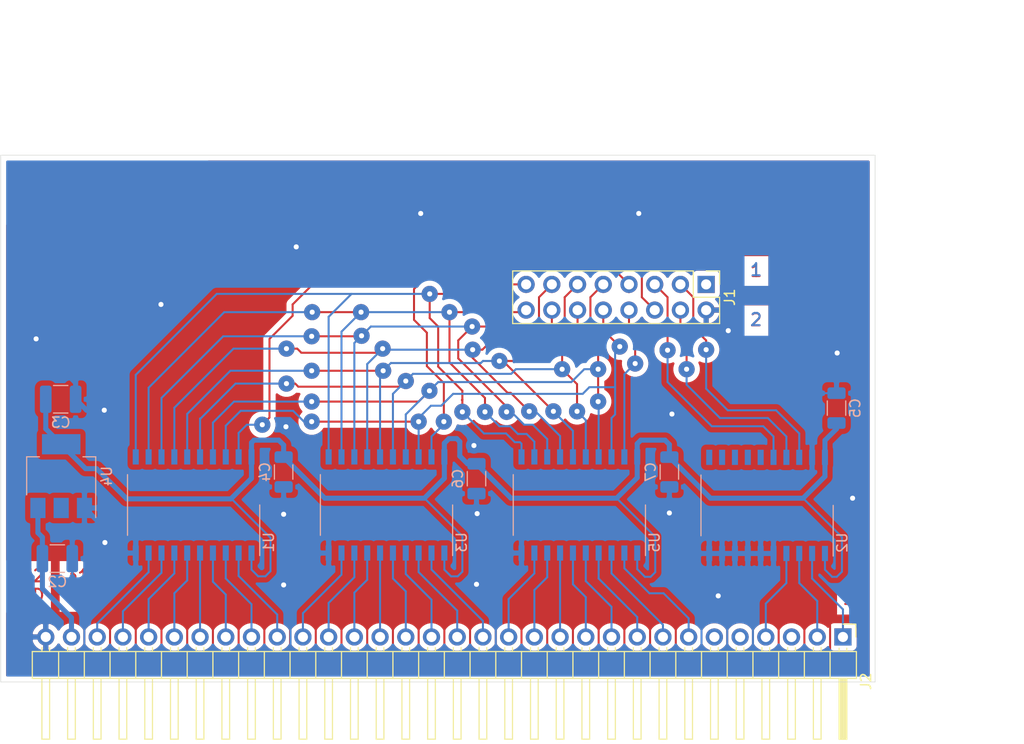
<source format=kicad_pcb>
(kicad_pcb (version 20171130) (host pcbnew "(5.1.7)-1")
  (layers (0 F.Cu signal) (31 B.Cu signal) (34 B.Paste user) (35 F.Paste user) (36 B.SilkS user) (37 F.SilkS user) (38 B.Mask user) (39 F.Mask user) (44 Edge.Cuts user))
  (net 0 "")
  (net 1 /GND)
  (net 2 /5V)
  (net 3 /3.3V)
  (net 4 /L0)
  (net 5 /L2)
  (net 6 /L4)
  (net 7 /L6)
  (net 8 /~MREQ_F)
  (net 9 /~WR_F)
  (net 10 /~OE_AL)
  (net 11 /~OE_AH)
  (net 12 /~OE_D)
  (net 13 /~IORQ_F)
  (net 14 /L7)
  (net 15 /L5)
  (net 16 /L3)
  (net 17 /L1)
  (net 18 /~MREQ)
  (net 19 /~IORQ)
  (net 20 /~WR)
  (net 21 /A15)
  (net 22 /A14)
  (net 23 /A13)
  (net 24 /A12)
  (net 25 /A11)
  (net 26 /A10)
  (net 27 /A9)
  (net 28 /A8)
  (net 29 /A7)
  (net 30 /A6)
  (net 31 /A5)
  (net 32 /A4)
  (net 33 /A3)
  (net 34 /A2)
  (net 35 /A1)
  (net 36 /A0)
  (net 37 /D7)
  (net 38 /D6)
  (net 39 /D5)
  (net 40 /D4)
  (net 41 /D3)
  (net 42 /D2)
  (net 43 /D1)
  (net 44 /D0)
  (module Capacitor_SMD:C_1210_3225Metric (layer B.Cu) (at 109.093 151.003)
    (fp_text reference C2 (at 0 2.3) (layer B.SilkS) (effects (justify mirror)))
    (fp_text value 10u)
    (pad 1 smd roundrect (at -1.475 0) (size 1.15 2.7) (layers B.Cu B.Paste B.Mask) (roundrect_rratio 0.217391) (net 2 /5V))
    (pad 2 smd roundrect (at 1.475 0) (size 1.15 2.7) (layers B.Cu B.Paste B.Mask) (roundrect_rratio 0.217391) (net 1 /GND))
  )
  (module Capacitor_SMD:C_1210_3225Metric (layer B.Cu) (at 109.425 135.255)
    (fp_text reference C3 (at 0 2.3) (layer B.SilkS) (effects (justify mirror)))
    (fp_text value 10u)
    (pad 1 smd roundrect (at -1.475 0) (size 1.15 2.7) (layers B.Cu B.Paste B.Mask) (roundrect_rratio 0.217391) (net 3 /3.3V))
    (pad 2 smd roundrect (at 1.475 0) (size 1.15 2.7) (layers B.Cu B.Paste B.Mask) (roundrect_rratio 0.217391) (net 1 /GND))
  )
  (module Capacitor_SMD:C_1206_3216Metric (layer B.Cu) (at 131.445 142.445 270)
    (fp_text reference C4 (at 0 1.85 90) (layer B.SilkS) (effects (justify mirror)))
    (fp_text value 100n)
    (pad 2 smd roundrect (at 1.475 0 270) (size 1.15 1.8) (layers B.Cu B.Paste B.Mask) (roundrect_rratio 0.217391) (net 1 /GND))
    (pad 1 smd roundrect (at -1.475 0 270) (size 1.15 1.8) (layers B.Cu B.Paste B.Mask) (roundrect_rratio 0.217391) (net 3 /3.3V))
  )
  (module Capacitor_SMD:C_1206_3216Metric (layer B.Cu) (at 186.055 136.1295 90)
    (fp_text reference C5 (at 0 1.85 90) (layer B.SilkS) (effects (justify mirror)))
    (fp_text value 100n)
    (pad 1 smd roundrect (at -1.475 0 90) (size 1.15 1.8) (layers B.Cu B.Paste B.Mask) (roundrect_rratio 0.217391) (net 3 /3.3V))
    (pad 2 smd roundrect (at 1.475 0 90) (size 1.15 1.8) (layers B.Cu B.Paste B.Mask) (roundrect_rratio 0.217391) (net 1 /GND))
  )
  (module Capacitor_SMD:C_1206_3216Metric (layer B.Cu) (at 150.495 143.1054 270)
    (fp_text reference C6 (at 0 1.85 90) (layer B.SilkS) (effects (justify mirror)))
    (fp_text value 100n)
    (pad 1 smd roundrect (at -1.475 0 270) (size 1.15 1.8) (layers B.Cu B.Paste B.Mask) (roundrect_rratio 0.217391) (net 3 /3.3V))
    (pad 2 smd roundrect (at 1.475 0 270) (size 1.15 1.8) (layers B.Cu B.Paste B.Mask) (roundrect_rratio 0.217391) (net 1 /GND))
  )
  (module Capacitor_SMD:C_1206_3216Metric (layer B.Cu) (at 169.545 142.445 270)
    (fp_text reference C7 (at 0 1.85 90) (layer B.SilkS) (effects (justify mirror)))
    (fp_text value 100n)
    (pad 2 smd roundrect (at 1.475 0 270) (size 1.15 1.8) (layers B.Cu B.Paste B.Mask) (roundrect_rratio 0.217391) (net 1 /GND))
    (pad 1 smd roundrect (at -1.475 0 270) (size 1.15 1.8) (layers B.Cu B.Paste B.Mask) (roundrect_rratio 0.217391) (net 3 /3.3V))
  )
  (module Package_TO_SOT_SMD:SOT-223-3_TabPin2 (layer B.Cu) (at 109.474 142.85 90)
    (fp_text reference U4 (at 0 4.5 270) (layer B.SilkS) (effects (justify mirror)))
    (fp_text value AMS1117-3.3)
    (pad 2 smd rect (at 3.15 0 90) (size 2 3.8) (layers B.Cu B.Paste B.Mask) (net 3 /3.3V))
    (pad 2 smd rect (at -3.15 0 90) (size 2 1.5) (layers B.Cu B.Paste B.Mask) (net 3 /3.3V))
    (pad 3 smd rect (at -3.15 -2.3 90) (size 2 1.5) (layers B.Cu B.Paste B.Mask) (net 2 /5V))
    (pad 1 smd rect (at -3.15 2.3 90) (size 2 1.5) (layers B.Cu B.Paste B.Mask) (net 1 /GND))
  )
  (module Package_SO:SO-20_12.8x7.5mm_P1.27mm (layer B.Cu) (at 122.555 145.7025 90)
    (fp_text reference U1 (at -3.69 7.42 90) (layer B.SilkS) (effects (justify mirror)))
    (fp_text value 74HC245)
    (pad 20 smd rect (at 4.75 5.715 90) (size 1.5 0.6) (layers B.Cu B.Paste B.Mask) (net 3 /3.3V))
    (pad 19 smd rect (at 4.75 4.445 90) (size 1.5 0.6) (layers B.Cu B.Paste B.Mask) (net 12 /~OE_D))
    (pad 18 smd rect (at 4.75 3.175 90) (size 1.5 0.6) (layers B.Cu B.Paste B.Mask) (net 14 /L7))
    (pad 17 smd rect (at 4.75 1.905 90) (size 1.5 0.6) (layers B.Cu B.Paste B.Mask) (net 7 /L6))
    (pad 16 smd rect (at 4.75 0.635 90) (size 1.5 0.6) (layers B.Cu B.Paste B.Mask) (net 15 /L5))
    (pad 15 smd rect (at 4.75 -0.635 90) (size 1.5 0.6) (layers B.Cu B.Paste B.Mask) (net 6 /L4))
    (pad 14 smd rect (at 4.75 -1.905 90) (size 1.5 0.6) (layers B.Cu B.Paste B.Mask) (net 16 /L3))
    (pad 13 smd rect (at 4.75 -3.175 90) (size 1.5 0.6) (layers B.Cu B.Paste B.Mask) (net 5 /L2))
    (pad 12 smd rect (at 4.75 -4.445 90) (size 1.5 0.6) (layers B.Cu B.Paste B.Mask) (net 17 /L1))
    (pad 11 smd rect (at 4.75 -5.715 90) (size 1.5 0.6) (layers B.Cu B.Paste B.Mask) (net 4 /L0))
    (pad 10 smd rect (at -4.75 -5.715 90) (size 1.5 0.6) (layers B.Cu B.Paste B.Mask) (net 1 /GND))
    (pad 9 smd rect (at -4.75 -4.445 90) (size 1.5 0.6) (layers B.Cu B.Paste B.Mask) (net 44 /D0))
    (pad 8 smd rect (at -4.75 -3.175 90) (size 1.5 0.6) (layers B.Cu B.Paste B.Mask) (net 43 /D1))
    (pad 7 smd rect (at -4.75 -1.905 90) (size 1.5 0.6) (layers B.Cu B.Paste B.Mask) (net 42 /D2))
    (pad 1 smd rect (at -4.75 5.715 90) (size 1.5 0.6) (layers B.Cu B.Paste B.Mask) (net 3 /3.3V))
    (pad 2 smd rect (at -4.75 4.445 90) (size 1.5 0.6) (layers B.Cu B.Paste B.Mask) (net 37 /D7))
    (pad 3 smd rect (at -4.75 3.175 90) (size 1.5 0.6) (layers B.Cu B.Paste B.Mask) (net 38 /D6))
    (pad 4 smd rect (at -4.75 1.905 90) (size 1.5 0.6) (layers B.Cu B.Paste B.Mask) (net 39 /D5))
    (pad 5 smd rect (at -4.75 0.635 90) (size 1.5 0.6) (layers B.Cu B.Paste B.Mask) (net 40 /D4))
    (pad 6 smd rect (at -4.75 -0.635 90) (size 1.5 0.6) (layers B.Cu B.Paste B.Mask) (net 41 /D3))
  )
  (module Package_SO:SO-20_12.8x7.5mm_P1.27mm (layer B.Cu) (at 179.197 145.745 90)
    (fp_text reference U2 (at -3.69 7.42 90) (layer B.SilkS) (effects (justify mirror)))
    (fp_text value 74HC245)
    (pad 6 smd rect (at -4.75 -0.635 90) (size 1.5 0.6) (layers B.Cu B.Paste B.Mask) (net 1 /GND))
    (pad 5 smd rect (at -4.75 0.635 90) (size 1.5 0.6) (layers B.Cu B.Paste B.Mask) (net 1 /GND))
    (pad 4 smd rect (at -4.75 1.905 90) (size 1.5 0.6) (layers B.Cu B.Paste B.Mask) (net 20 /~WR))
    (pad 3 smd rect (at -4.75 3.175 90) (size 1.5 0.6) (layers B.Cu B.Paste B.Mask) (net 19 /~IORQ))
    (pad 2 smd rect (at -4.75 4.445 90) (size 1.5 0.6) (layers B.Cu B.Paste B.Mask) (net 18 /~MREQ))
    (pad 1 smd rect (at -4.75 5.715 90) (size 1.5 0.6) (layers B.Cu B.Paste B.Mask) (net 3 /3.3V))
    (pad 7 smd rect (at -4.75 -1.905 90) (size 1.5 0.6) (layers B.Cu B.Paste B.Mask) (net 1 /GND))
    (pad 8 smd rect (at -4.75 -3.175 90) (size 1.5 0.6) (layers B.Cu B.Paste B.Mask) (net 1 /GND))
    (pad 9 smd rect (at -4.75 -4.445 90) (size 1.5 0.6) (layers B.Cu B.Paste B.Mask) (net 1 /GND))
    (pad 10 smd rect (at -4.75 -5.715 90) (size 1.5 0.6) (layers B.Cu B.Paste B.Mask) (net 1 /GND))
    (pad 11 smd rect (at 4.75 -5.715 90) (size 1.5 0.6) (layers B.Cu B.Paste B.Mask))
    (pad 12 smd rect (at 4.75 -4.445 90) (size 1.5 0.6) (layers B.Cu B.Paste B.Mask))
    (pad 13 smd rect (at 4.75 -3.175 90) (size 1.5 0.6) (layers B.Cu B.Paste B.Mask))
    (pad 14 smd rect (at 4.75 -1.905 90) (size 1.5 0.6) (layers B.Cu B.Paste B.Mask))
    (pad 15 smd rect (at 4.75 -0.635 90) (size 1.5 0.6) (layers B.Cu B.Paste B.Mask))
    (pad 16 smd rect (at 4.75 0.635 90) (size 1.5 0.6) (layers B.Cu B.Paste B.Mask) (net 9 /~WR_F))
    (pad 17 smd rect (at 4.75 1.905 90) (size 1.5 0.6) (layers B.Cu B.Paste B.Mask) (net 13 /~IORQ_F))
    (pad 18 smd rect (at 4.75 3.175 90) (size 1.5 0.6) (layers B.Cu B.Paste B.Mask) (net 8 /~MREQ_F))
    (pad 19 smd rect (at 4.75 4.445 90) (size 1.5 0.6) (layers B.Cu B.Paste B.Mask) (net 1 /GND))
    (pad 20 smd rect (at 4.75 5.715 90) (size 1.5 0.6) (layers B.Cu B.Paste B.Mask) (net 3 /3.3V))
  )
  (module Package_SO:SO-20_12.8x7.5mm_P1.27mm (layer B.Cu) (at 141.605 145.7025 90)
    (fp_text reference U3 (at -3.69 7.42 90) (layer B.SilkS) (effects (justify mirror)))
    (fp_text value 74HC245)
    (pad 6 smd rect (at -4.75 -0.635 90) (size 1.5 0.6) (layers B.Cu B.Paste B.Mask) (net 33 /A3))
    (pad 5 smd rect (at -4.75 0.635 90) (size 1.5 0.6) (layers B.Cu B.Paste B.Mask) (net 32 /A4))
    (pad 4 smd rect (at -4.75 1.905 90) (size 1.5 0.6) (layers B.Cu B.Paste B.Mask) (net 31 /A5))
    (pad 3 smd rect (at -4.75 3.175 90) (size 1.5 0.6) (layers B.Cu B.Paste B.Mask) (net 30 /A6))
    (pad 2 smd rect (at -4.75 4.445 90) (size 1.5 0.6) (layers B.Cu B.Paste B.Mask) (net 29 /A7))
    (pad 1 smd rect (at -4.75 5.715 90) (size 1.5 0.6) (layers B.Cu B.Paste B.Mask) (net 3 /3.3V))
    (pad 7 smd rect (at -4.75 -1.905 90) (size 1.5 0.6) (layers B.Cu B.Paste B.Mask) (net 34 /A2))
    (pad 8 smd rect (at -4.75 -3.175 90) (size 1.5 0.6) (layers B.Cu B.Paste B.Mask) (net 35 /A1))
    (pad 9 smd rect (at -4.75 -4.445 90) (size 1.5 0.6) (layers B.Cu B.Paste B.Mask) (net 36 /A0))
    (pad 10 smd rect (at -4.75 -5.715 90) (size 1.5 0.6) (layers B.Cu B.Paste B.Mask) (net 1 /GND))
    (pad 11 smd rect (at 4.75 -5.715 90) (size 1.5 0.6) (layers B.Cu B.Paste B.Mask) (net 4 /L0))
    (pad 12 smd rect (at 4.75 -4.445 90) (size 1.5 0.6) (layers B.Cu B.Paste B.Mask) (net 17 /L1))
    (pad 13 smd rect (at 4.75 -3.175 90) (size 1.5 0.6) (layers B.Cu B.Paste B.Mask) (net 5 /L2))
    (pad 14 smd rect (at 4.75 -1.905 90) (size 1.5 0.6) (layers B.Cu B.Paste B.Mask) (net 16 /L3))
    (pad 15 smd rect (at 4.75 -0.635 90) (size 1.5 0.6) (layers B.Cu B.Paste B.Mask) (net 6 /L4))
    (pad 16 smd rect (at 4.75 0.635 90) (size 1.5 0.6) (layers B.Cu B.Paste B.Mask) (net 15 /L5))
    (pad 17 smd rect (at 4.75 1.905 90) (size 1.5 0.6) (layers B.Cu B.Paste B.Mask) (net 7 /L6))
    (pad 18 smd rect (at 4.75 3.175 90) (size 1.5 0.6) (layers B.Cu B.Paste B.Mask) (net 14 /L7))
    (pad 19 smd rect (at 4.75 4.445 90) (size 1.5 0.6) (layers B.Cu B.Paste B.Mask) (net 10 /~OE_AL))
    (pad 20 smd rect (at 4.75 5.715 90) (size 1.5 0.6) (layers B.Cu B.Paste B.Mask) (net 3 /3.3V))
  )
  (module Package_SO:SO-20_12.8x7.5mm_P1.27mm (layer B.Cu) (at 160.655 145.7025 90)
    (fp_text reference U5 (at -3.69 7.42 90) (layer B.SilkS) (effects (justify mirror)))
    (fp_text value 74HC245)
    (pad 20 smd rect (at 4.75 5.715 90) (size 1.5 0.6) (layers B.Cu B.Paste B.Mask) (net 3 /3.3V))
    (pad 19 smd rect (at 4.75 4.445 90) (size 1.5 0.6) (layers B.Cu B.Paste B.Mask) (net 11 /~OE_AH))
    (pad 18 smd rect (at 4.75 3.175 90) (size 1.5 0.6) (layers B.Cu B.Paste B.Mask) (net 14 /L7))
    (pad 17 smd rect (at 4.75 1.905 90) (size 1.5 0.6) (layers B.Cu B.Paste B.Mask) (net 7 /L6))
    (pad 16 smd rect (at 4.75 0.635 90) (size 1.5 0.6) (layers B.Cu B.Paste B.Mask) (net 15 /L5))
    (pad 15 smd rect (at 4.75 -0.635 90) (size 1.5 0.6) (layers B.Cu B.Paste B.Mask) (net 6 /L4))
    (pad 14 smd rect (at 4.75 -1.905 90) (size 1.5 0.6) (layers B.Cu B.Paste B.Mask) (net 16 /L3))
    (pad 13 smd rect (at 4.75 -3.175 90) (size 1.5 0.6) (layers B.Cu B.Paste B.Mask) (net 5 /L2))
    (pad 12 smd rect (at 4.75 -4.445 90) (size 1.5 0.6) (layers B.Cu B.Paste B.Mask) (net 17 /L1))
    (pad 11 smd rect (at 4.75 -5.715 90) (size 1.5 0.6) (layers B.Cu B.Paste B.Mask) (net 4 /L0))
    (pad 10 smd rect (at -4.75 -5.715 90) (size 1.5 0.6) (layers B.Cu B.Paste B.Mask) (net 1 /GND))
    (pad 9 smd rect (at -4.75 -4.445 90) (size 1.5 0.6) (layers B.Cu B.Paste B.Mask) (net 28 /A8))
    (pad 8 smd rect (at -4.75 -3.175 90) (size 1.5 0.6) (layers B.Cu B.Paste B.Mask) (net 27 /A9))
    (pad 7 smd rect (at -4.75 -1.905 90) (size 1.5 0.6) (layers B.Cu B.Paste B.Mask) (net 26 /A10))
    (pad 1 smd rect (at -4.75 5.715 90) (size 1.5 0.6) (layers B.Cu B.Paste B.Mask) (net 3 /3.3V))
    (pad 2 smd rect (at -4.75 4.445 90) (size 1.5 0.6) (layers B.Cu B.Paste B.Mask) (net 21 /A15))
    (pad 3 smd rect (at -4.75 3.175 90) (size 1.5 0.6) (layers B.Cu B.Paste B.Mask) (net 22 /A14))
    (pad 4 smd rect (at -4.75 1.905 90) (size 1.5 0.6) (layers B.Cu B.Paste B.Mask) (net 23 /A13))
    (pad 5 smd rect (at -4.75 0.635 90) (size 1.5 0.6) (layers B.Cu B.Paste B.Mask) (net 24 /A12))
    (pad 6 smd rect (at -4.75 -0.635 90) (size 1.5 0.6) (layers B.Cu B.Paste B.Mask) (net 25 /A11))
  )
  (module Connector_PinHeader_2.54mm:PinHeader_1x32_P2.54mm_Horizontal (layer F.Cu) (at 186.69 158.75 270)
    (fp_text reference J2 (at 4.385 -2.27 90) (layer F.SilkS))
    (fp_text value CONN)
    (pad 1 thru_hole rect (at 0 0 270) (size 1.7 1.7) (drill 1) (layers *.Cu *.Mask) (net 18 /~MREQ))
    (pad 2 thru_hole oval (at 0 2.54 270) (size 1.7 1.7) (drill 1) (layers *.Cu *.Mask) (net 19 /~IORQ))
    (pad 3 thru_hole oval (at 0 5.08 270) (size 1.7 1.7) (drill 1) (layers *.Cu *.Mask))
    (pad 4 thru_hole oval (at 0 7.62 270) (size 1.7 1.7) (drill 1) (layers *.Cu *.Mask) (net 20 /~WR))
    (pad 5 thru_hole oval (at 0 10.16 270) (size 1.7 1.7) (drill 1) (layers *.Cu *.Mask))
    (pad 6 thru_hole oval (at 0 12.7 270) (size 1.7 1.7) (drill 1) (layers *.Cu *.Mask))
    (pad 7 thru_hole oval (at 0 15.24 270) (size 1.7 1.7) (drill 1) (layers *.Cu *.Mask) (net 21 /A15))
    (pad 8 thru_hole oval (at 0 17.78 270) (size 1.7 1.7) (drill 1) (layers *.Cu *.Mask) (net 22 /A14))
    (pad 9 thru_hole oval (at 0 20.32 270) (size 1.7 1.7) (drill 1) (layers *.Cu *.Mask) (net 23 /A13))
    (pad 10 thru_hole oval (at 0 22.86 270) (size 1.7 1.7) (drill 1) (layers *.Cu *.Mask) (net 24 /A12))
    (pad 11 thru_hole oval (at 0 25.4 270) (size 1.7 1.7) (drill 1) (layers *.Cu *.Mask) (net 25 /A11))
    (pad 12 thru_hole oval (at 0 27.94 270) (size 1.7 1.7) (drill 1) (layers *.Cu *.Mask) (net 26 /A10))
    (pad 13 thru_hole oval (at 0 30.48 270) (size 1.7 1.7) (drill 1) (layers *.Cu *.Mask) (net 27 /A9))
    (pad 14 thru_hole oval (at 0 33.02 270) (size 1.7 1.7) (drill 1) (layers *.Cu *.Mask) (net 28 /A8))
    (pad 15 thru_hole oval (at 0 35.56 270) (size 1.7 1.7) (drill 1) (layers *.Cu *.Mask) (net 29 /A7))
    (pad 16 thru_hole oval (at 0 38.1 270) (size 1.7 1.7) (drill 1) (layers *.Cu *.Mask) (net 30 /A6))
    (pad 17 thru_hole oval (at 0 40.64 270) (size 1.7 1.7) (drill 1) (layers *.Cu *.Mask) (net 31 /A5))
    (pad 18 thru_hole oval (at 0 43.18 270) (size 1.7 1.7) (drill 1) (layers *.Cu *.Mask) (net 32 /A4))
    (pad 19 thru_hole oval (at 0 45.72 270) (size 1.7 1.7) (drill 1) (layers *.Cu *.Mask) (net 33 /A3))
    (pad 20 thru_hole oval (at 0 48.26 270) (size 1.7 1.7) (drill 1) (layers *.Cu *.Mask) (net 34 /A2))
    (pad 21 thru_hole oval (at 0 50.8 270) (size 1.7 1.7) (drill 1) (layers *.Cu *.Mask) (net 35 /A1))
    (pad 22 thru_hole oval (at 0 53.34 270) (size 1.7 1.7) (drill 1) (layers *.Cu *.Mask) (net 36 /A0))
    (pad 23 thru_hole oval (at 0 55.88 270) (size 1.7 1.7) (drill 1) (layers *.Cu *.Mask) (net 37 /D7))
    (pad 24 thru_hole oval (at 0 58.42 270) (size 1.7 1.7) (drill 1) (layers *.Cu *.Mask) (net 38 /D6))
    (pad 25 thru_hole oval (at 0 60.96 270) (size 1.7 1.7) (drill 1) (layers *.Cu *.Mask) (net 39 /D5))
    (pad 26 thru_hole oval (at 0 63.5 270) (size 1.7 1.7) (drill 1) (layers *.Cu *.Mask) (net 40 /D4))
    (pad 27 thru_hole oval (at 0 66.04 270) (size 1.7 1.7) (drill 1) (layers *.Cu *.Mask) (net 41 /D3))
    (pad 28 thru_hole oval (at 0 68.58 270) (size 1.7 1.7) (drill 1) (layers *.Cu *.Mask) (net 42 /D2))
    (pad 29 thru_hole oval (at 0 71.12 270) (size 1.7 1.7) (drill 1) (layers *.Cu *.Mask) (net 43 /D1))
    (pad 30 thru_hole oval (at 0 73.66 270) (size 1.7 1.7) (drill 1) (layers *.Cu *.Mask) (net 44 /D0))
    (pad 31 thru_hole oval (at 0 76.2 270) (size 1.7 1.7) (drill 1) (layers *.Cu *.Mask) (net 2 /5V))
    (pad 32 thru_hole oval (at 0 78.74 270) (size 1.7 1.7) (drill 1) (layers *.Cu *.Mask) (net 1 /GND))
  )
  (module Connector_PinHeader_2.54mm:PinHeader_2x08_P2.54mm_Vertical (layer F.Cu) (at 173.1772 123.9012 270)
    (fp_text reference J1 (at 1.27 -2.33 270) (layer F.SilkS))
    (fp_text value CONN_F)
    (pad 1 thru_hole rect (at 0 0 270) (size 1.7 1.7) (drill 1) (layers *.Cu *.Mask))
    (pad 2 thru_hole oval (at 2.54 0 270) (size 1.7 1.7) (drill 1) (layers *.Cu *.Mask) (net 1 /GND))
    (pad 3 thru_hole oval (at 0 2.54 270) (size 1.7 1.7) (drill 1) (layers *.Cu *.Mask) (net 8 /~MREQ_F))
    (pad 4 thru_hole oval (at 2.54 2.54 270) (size 1.7 1.7) (drill 1) (layers *.Cu *.Mask) (net 13 /~IORQ_F))
    (pad 5 thru_hole oval (at 0 5.08 270) (size 1.7 1.7) (drill 1) (layers *.Cu *.Mask) (net 9 /~WR_F))
    (pad 6 thru_hole oval (at 2.54 5.08 270) (size 1.7 1.7) (drill 1) (layers *.Cu *.Mask) (net 12 /~OE_D))
    (pad 7 thru_hole oval (at 0 7.62 270) (size 1.7 1.7) (drill 1) (layers *.Cu *.Mask) (net 10 /~OE_AL))
    (pad 8 thru_hole oval (at 2.54 7.62 270) (size 1.7 1.7) (drill 1) (layers *.Cu *.Mask) (net 11 /~OE_AH))
    (pad 9 thru_hole oval (at 0 10.16 270) (size 1.7 1.7) (drill 1) (layers *.Cu *.Mask) (net 7 /L6))
    (pad 10 thru_hole oval (at 2.54 10.16 270) (size 1.7 1.7) (drill 1) (layers *.Cu *.Mask) (net 14 /L7))
    (pad 11 thru_hole oval (at 0 12.7 270) (size 1.7 1.7) (drill 1) (layers *.Cu *.Mask) (net 6 /L4))
    (pad 12 thru_hole oval (at 2.54 12.7 270) (size 1.7 1.7) (drill 1) (layers *.Cu *.Mask) (net 15 /L5))
    (pad 13 thru_hole oval (at 0 15.24 270) (size 1.7 1.7) (drill 1) (layers *.Cu *.Mask) (net 5 /L2))
    (pad 14 thru_hole oval (at 2.54 15.24 270) (size 1.7 1.7) (drill 1) (layers *.Cu *.Mask) (net 16 /L3))
    (pad 15 thru_hole oval (at 0 17.78 270) (size 1.7 1.7) (drill 1) (layers *.Cu *.Mask) (net 4 /L0))
    (pad 16 thru_hole oval (at 2.54 17.78 270) (size 1.7 1.7) (drill 1) (layers *.Cu *.Mask) (net 17 /L1))
  )
  (gr_text 2 (at 178.816 127.4064) (layer F.Cu) (effects (font (size 1.2 1.2) (thickness 0.2)) (justify right)))
  (gr_text 1 (at 178.816 122.5296) (layer F.Cu) (effects (font (size 1.2 1.2) (thickness 0.2)) (justify right)))
  (gr_text 2 (at 178.816 127.381) (layer B.Cu) (effects (font (size 1.2 1.2) (thickness 0.2)) (justify right)))
  (gr_text 1 (at 178.816 122.4534) (layer B.Cu) (effects (font (size 1.2 1.2) (thickness 0.2)) (justify right)))
  (gr_line (start 103.505 111.125) (end 103.505 163.195) (layer Edge.Cuts) (width 0.05))
  (gr_line (start 189.865 111.125) (end 103.505 111.125) (layer Edge.Cuts) (width 0.05))
  (gr_line (start 189.865 163.195) (end 189.865 111.125) (layer Edge.Cuts) (width 0.05))
  (gr_line (start 103.505 163.195) (end 189.865 163.195) (layer Edge.Cuts) (width 0.05))
  (gr_text 1 (at 187.96 154.94) (layer F.Cu) (effects (font (size 1.2 1.2) (thickness 0.2)) (justify right)))
  (gr_text "32\nGND" (at 107.95 153.67) (layer F.Cu) (effects (font (size 1.2 1.2) (thickness 0.2)) (justify right)))
  (gr_text "31\n5V" (at 109.8296 153.67) (layer F.Cu) (effects (font (size 1.2 1.2) (thickness 0.2)) (justify left)))
  (gr_text "ZX2 FPGA conn.\nrev.A. 20210406" (at 113.9444 114.7572) (layer F.Cu) (effects (font (size 1.5 1.5) (thickness 0.3))))
  (via (at 131.445 153.6065) (size 1.6) (drill 0.5) (layers F.Cu B.Cu) (net 1))
  (via (at 150.495 153.543) (size 1.6) (drill 0.5) (layers F.Cu B.Cu) (net 1))
  (via (at 174.371 154.686) (size 1.6) (drill 0.5) (layers F.Cu B.Cu) (net 1))
  (via (at 169.799 136.7155) (size 1.6) (drill 0.5) (layers F.Cu B.Cu) (net 1))
  (via (at 106.9975 129.286) (size 1.6) (drill 0.5) (layers F.Cu B.Cu) (net 1))
  (via (at 187.6425 145.034) (size 1.6) (drill 0.5) (layers F.Cu B.Cu) (net 1))
  (via (at 186.1185 130.683) (size 1.6) (drill 0.5) (layers F.Cu B.Cu) (net 1))
  (segment (start 110.568 151.003) (end 110.568 149.147) (width 0.5) (layer B.Cu) (net 1))
  (segment (start 111.774 147.941) (end 111.774 146) (width 0.5) (layer B.Cu) (net 1))
  (segment (start 110.568 149.147) (end 111.774 147.941) (width 0.5) (layer B.Cu) (net 1))
  (segment (start 107.95 158.75) (end 107.95 160.02) (width 0.2) (layer B.Cu) (net 1))
  (segment (start 107.95 160.02) (end 108.585 160.655) (width 0.2) (layer B.Cu) (net 1))
  (segment (start 108.585 160.655) (end 111.125 160.655) (width 0.2) (layer B.Cu) (net 1))
  (segment (start 111.125 160.655) (end 111.76 160.02) (width 0.2) (layer B.Cu) (net 1))
  (segment (start 111.76 160.02) (end 111.76 154.94) (width 0.2) (layer B.Cu) (net 1))
  (segment (start 111.76 154.94) (end 110.568 153.748) (width 0.2) (layer B.Cu) (net 1))
  (segment (start 110.568 152.6685) (end 110.568 151.003) (width 0.2) (layer B.Cu) (net 1))
  (segment (start 110.568 153.748) (end 110.568 152.6685) (width 0.2) (layer B.Cu) (net 1))
  (segment (start 105.41 154.305) (end 105.41 144.78) (width 0.5) (layer B.Cu) (net 1))
  (segment (start 105.41 144.78) (end 106.68 143.51) (width 0.5) (layer B.Cu) (net 1))
  (segment (start 111.125 143.51) (end 111.774 144.159) (width 0.5) (layer B.Cu) (net 1))
  (segment (start 111.774 144.159) (end 111.774 146) (width 0.5) (layer B.Cu) (net 1))
  (segment (start 107.95 156.845) (end 105.41 154.305) (width 0.5) (layer B.Cu) (net 1))
  (segment (start 106.68 143.51) (end 111.125 143.51) (width 0.5) (layer B.Cu) (net 1))
  (segment (start 107.95 158.75) (end 107.95 156.845) (width 0.5) (layer B.Cu) (net 1))
  (segment (start 173.482 152.908) (end 173.482 150.495) (width 0.2) (layer B.Cu) (net 1))
  (segment (start 179.832 150.495) (end 179.832 152.908) (width 0.2) (layer B.Cu) (net 1))
  (segment (start 174.752 152.8445) (end 174.6885 152.908) (width 0.2) (layer B.Cu) (net 1))
  (segment (start 174.752 150.495) (end 174.752 152.8445) (width 0.2) (layer B.Cu) (net 1))
  (segment (start 174.6885 152.908) (end 173.482 152.908) (width 0.2) (layer B.Cu) (net 1))
  (segment (start 176.022 150.495) (end 176.022 152.908) (width 0.2) (layer B.Cu) (net 1))
  (segment (start 176.022 152.908) (end 174.6885 152.908) (width 0.2) (layer B.Cu) (net 1))
  (segment (start 177.292 150.495) (end 177.292 152.8445) (width 0.2) (layer B.Cu) (net 1))
  (segment (start 177.292 152.8445) (end 177.3555 152.908) (width 0.2) (layer B.Cu) (net 1))
  (segment (start 177.3555 152.908) (end 176.022 152.908) (width 0.2) (layer B.Cu) (net 1))
  (segment (start 178.562 150.495) (end 178.562 152.908) (width 0.2) (layer B.Cu) (net 1))
  (segment (start 178.562 152.908) (end 177.3555 152.908) (width 0.2) (layer B.Cu) (net 1))
  (segment (start 179.832 152.908) (end 178.562 152.908) (width 0.2) (layer B.Cu) (net 1))
  (segment (start 110.9 135.255) (end 110.9 133.633) (width 0.5) (layer B.Cu) (net 1))
  (segment (start 110.9 133.633) (end 109.601 132.334) (width 0.5) (layer B.Cu) (net 1))
  (segment (start 109.601 132.334) (end 106.4895 132.334) (width 0.5) (layer B.Cu) (net 1))
  (segment (start 106.4895 132.334) (end 104.9655 133.858) (width 0.5) (layer B.Cu) (net 1))
  (segment (start 104.9655 141.7955) (end 106.68 143.51) (width 0.5) (layer B.Cu) (net 1))
  (segment (start 104.9655 133.858) (end 104.9655 141.7955) (width 0.5) (layer B.Cu) (net 1))
  (segment (start 116.84 150.4525) (end 116.84 148.1455) (width 0.5) (layer B.Cu) (net 1))
  (segment (start 114.6945 146) (end 111.774 146) (width 0.5) (layer B.Cu) (net 1))
  (segment (start 116.84 148.1455) (end 114.6945 146) (width 0.5) (layer B.Cu) (net 1))
  (via (at 131.445 146.6215) (size 1.6) (drill 0.5) (layers F.Cu B.Cu) (net 1))
  (segment (start 131.445 143.92) (end 131.445 146.6215) (width 0.5) (layer B.Cu) (net 1))
  (via (at 113.792 149.4155) (size 1.6) (drill 0.5) (layers F.Cu B.Cu) (net 1))
  (segment (start 116.586 146.6215) (end 113.792 149.4155) (width 0.5) (layer F.Cu) (net 1))
  (segment (start 131.445 146.6215) (end 116.586 146.6215) (width 0.5) (layer F.Cu) (net 1))
  (segment (start 113.792 148.018) (end 111.774 146) (width 0.5) (layer B.Cu) (net 1))
  (segment (start 113.792 149.4155) (end 113.792 148.018) (width 0.5) (layer B.Cu) (net 1))
  (via (at 150.5585 146.558) (size 1.6) (drill 0.5) (layers F.Cu B.Cu) (net 1))
  (segment (start 131.5085 146.558) (end 131.445 146.6215) (width 0.5) (layer F.Cu) (net 1))
  (segment (start 150.5585 146.558) (end 131.5085 146.558) (width 0.5) (layer F.Cu) (net 1))
  (segment (start 154.94 150.4525) (end 154.94 148.0185) (width 0.5) (layer B.Cu) (net 1))
  (segment (start 153.4795 146.558) (end 150.5585 146.558) (width 0.5) (layer B.Cu) (net 1))
  (segment (start 154.94 148.0185) (end 153.4795 146.558) (width 0.5) (layer B.Cu) (net 1))
  (via (at 169.545 146.4945) (size 1.6) (drill 0.5) (layers F.Cu B.Cu) (net 1))
  (segment (start 169.545 143.92) (end 169.545 146.4945) (width 0.5) (layer B.Cu) (net 1))
  (segment (start 150.622 146.4945) (end 150.5585 146.558) (width 0.5) (layer F.Cu) (net 1))
  (segment (start 169.545 146.4945) (end 150.622 146.4945) (width 0.5) (layer F.Cu) (net 1))
  (segment (start 173.482 150.495) (end 173.482 147.701) (width 0.5) (layer B.Cu) (net 1))
  (segment (start 172.2755 146.4945) (end 169.545 146.4945) (width 0.5) (layer B.Cu) (net 1))
  (segment (start 173.482 147.701) (end 172.2755 146.4945) (width 0.5) (layer B.Cu) (net 1))
  (via (at 113.7285 136.3345) (size 1.6) (drill 0.5) (layers F.Cu B.Cu) (net 1))
  (segment (start 113.792 136.398) (end 113.7285 136.3345) (width 0.5) (layer F.Cu) (net 1))
  (segment (start 113.792 149.4155) (end 113.792 136.398) (width 0.5) (layer F.Cu) (net 1))
  (segment (start 111.9795 136.3345) (end 110.9 135.255) (width 0.5) (layer B.Cu) (net 1))
  (segment (start 113.7285 136.3345) (end 111.9795 136.3345) (width 0.5) (layer B.Cu) (net 1))
  (segment (start 113.7285 136.3345) (end 113.7285 133.604) (width 0.5) (layer F.Cu) (net 1))
  (segment (start 113.7285 133.604) (end 124.714 122.6185) (width 0.5) (layer F.Cu) (net 1))
  (segment (start 124.714 122.6185) (end 138.43 122.6185) (width 0.5) (layer F.Cu) (net 1))
  (segment (start 138.43 122.6185) (end 142.8115 118.237) (width 0.5) (layer F.Cu) (net 1))
  (segment (start 142.8115 118.237) (end 175.768 118.237) (width 0.5) (layer F.Cu) (net 1))
  (segment (start 135.89 150.4525) (end 135.89 148.082) (width 0.5) (layer B.Cu) (net 1))
  (segment (start 134.4295 146.6215) (end 131.445 146.6215) (width 0.5) (layer B.Cu) (net 1))
  (segment (start 135.89 148.082) (end 134.4295 146.6215) (width 0.5) (layer B.Cu) (net 1))
  (segment (start 131.445 138.2014) (end 131.6736 137.9728) (width 0.2) (layer F.Cu) (net 1))
  (via (at 131.6736 137.9728) (size 1.6) (drill 0.5) (layers F.Cu B.Cu) (net 1))
  (segment (start 131.445 146.6215) (end 131.445 138.2014) (width 0.2) (layer F.Cu) (net 1))
  (segment (start 131.6736 137.9728) (end 133.7564 140.0556) (width 0.2) (layer B.Cu) (net 1))
  (segment (start 133.7564 140.0556) (end 133.7564 141.6812) (width 0.2) (layer B.Cu) (net 1))
  (segment (start 133.7564 141.6812) (end 135.2804 143.2052) (width 0.2) (layer B.Cu) (net 1))
  (segment (start 135.2804 143.2052) (end 143.9672 143.2052) (width 0.2) (layer B.Cu) (net 1))
  (segment (start 150.495 146.4945) (end 150.5585 146.558) (width 0.5) (layer B.Cu) (net 1))
  (segment (start 150.495 144.5804) (end 150.495 146.4945) (width 0.5) (layer B.Cu) (net 1))
  (segment (start 111.125 160.655) (end 131.3434 160.655) (width 0.2) (layer B.Cu) (net 1))
  (segment (start 131.3434 160.655) (end 132.1308 159.8676) (width 0.2) (layer B.Cu) (net 1))
  (segment (start 132.1308 154.2923) (end 131.445 153.6065) (width 0.2) (layer B.Cu) (net 1))
  (segment (start 132.1308 159.8676) (end 132.1308 154.2923) (width 0.2) (layer B.Cu) (net 1))
  (segment (start 131.3434 160.655) (end 149.7838 160.655) (width 0.2) (layer B.Cu) (net 1))
  (segment (start 149.7838 160.655) (end 149.8092 160.6804) (width 0.2) (layer B.Cu) (net 1))
  (segment (start 149.8092 160.6804) (end 151.638 160.6804) (width 0.2) (layer B.Cu) (net 1))
  (segment (start 152.4 155.448) (end 150.495 153.543) (width 0.2) (layer B.Cu) (net 1))
  (segment (start 152.4 159.9184) (end 152.4 155.448) (width 0.2) (layer B.Cu) (net 1))
  (segment (start 151.638 160.6804) (end 151.7396 160.5788) (width 0.2) (layer B.Cu) (net 1))
  (segment (start 151.7396 160.5788) (end 171.8056 160.5788) (width 0.2) (layer B.Cu) (net 1))
  (segment (start 151.7396 160.5788) (end 152.4 159.9184) (width 0.2) (layer B.Cu) (net 1))
  (segment (start 171.8056 160.5788) (end 172.72 159.6644) (width 0.2) (layer B.Cu) (net 1))
  (segment (start 172.72 159.6644) (end 172.72 157.3276) (width 0.2) (layer B.Cu) (net 1))
  (segment (start 172.72 157.3276) (end 173.228 156.8196) (width 0.2) (layer B.Cu) (net 1))
  (segment (start 173.228 156.8196) (end 174.8536 156.8196) (width 0.2) (layer B.Cu) (net 1))
  (segment (start 174.8536 156.8196) (end 175.26 157.226) (width 0.2) (layer B.Cu) (net 1))
  (segment (start 175.26 157.226) (end 175.26 160.1724) (width 0.2) (layer B.Cu) (net 1))
  (segment (start 175.26 160.1724) (end 175.768 160.6804) (width 0.2) (layer B.Cu) (net 1))
  (segment (start 175.768 160.6804) (end 177.0888 160.6804) (width 0.2) (layer B.Cu) (net 1))
  (segment (start 177.0888 160.6804) (end 177.8 159.9692) (width 0.2) (layer B.Cu) (net 1))
  (segment (start 177.8 159.9692) (end 177.8 157.1244) (width 0.2) (layer B.Cu) (net 1))
  (segment (start 175.3616 154.686) (end 174.371 154.686) (width 0.2) (layer B.Cu) (net 1))
  (segment (start 177.8 157.1244) (end 175.3616 154.686) (width 0.2) (layer B.Cu) (net 1))
  (segment (start 153.1112 142.0876) (end 154.3812 143.3576) (width 0.2) (layer B.Cu) (net 1))
  (segment (start 153.1112 140.716) (end 153.1112 142.0876) (width 0.2) (layer B.Cu) (net 1))
  (segment (start 154.3812 143.3576) (end 163.1188 143.3576) (width 0.2) (layer B.Cu) (net 1))
  (segment (start 152.4 140.0048) (end 153.1112 140.716) (width 0.2) (layer B.Cu) (net 1))
  (segment (start 150.4188 140.0048) (end 152.4 140.0048) (width 0.2) (layer B.Cu) (net 1))
  (segment (start 150.241 139.827) (end 150.4188 140.0048) (width 0.2) (layer B.Cu) (net 1))
  (segment (start 150.241 139.827) (end 150.5585 140.1445) (width 0.2) (layer F.Cu) (net 1))
  (segment (start 150.5585 140.1445) (end 150.5585 146.558) (width 0.2) (layer F.Cu) (net 1))
  (via (at 150.241 139.827) (size 1.6) (drill 0.5) (layers F.Cu B.Cu) (net 1))
  (segment (start 184.5219 134.6545) (end 186.055 134.6545) (width 0.2) (layer B.Cu) (net 1))
  (segment (start 183.642 135.5344) (end 184.5219 134.6545) (width 0.2) (layer B.Cu) (net 1))
  (segment (start 183.642 140.995) (end 183.642 135.5344) (width 0.2) (layer B.Cu) (net 1))
  (segment (start 186.055 130.7465) (end 186.1185 130.683) (width 0.5) (layer B.Cu) (net 1))
  (segment (start 186.055 134.6545) (end 186.055 130.7465) (width 0.5) (layer B.Cu) (net 1))
  (segment (start 186.1185 130.683) (end 186.1185 123.5837) (width 0.5) (layer F.Cu) (net 1))
  (segment (start 186.1185 123.5837) (end 180.7718 118.237) (width 0.5) (layer F.Cu) (net 1))
  (segment (start 173.1772 126.4412) (end 175.6664 126.4412) (width 0.5) (layer F.Cu) (net 1))
  (segment (start 176.0474 126.0602) (end 176.0474 118.237) (width 0.5) (layer F.Cu) (net 1))
  (segment (start 175.6664 126.4412) (end 176.0474 126.0602) (width 0.5) (layer F.Cu) (net 1))
  (segment (start 176.0474 118.237) (end 175.768 118.237) (width 0.5) (layer F.Cu) (net 1))
  (segment (start 180.7718 118.237) (end 176.0474 118.237) (width 0.5) (layer F.Cu) (net 1))
  (segment (start 185.42 156.5656) (end 183.5404 154.686) (width 0.2) (layer F.Cu) (net 1))
  (segment (start 184.5564 161.0868) (end 185.42 160.2232) (width 0.2) (layer F.Cu) (net 1))
  (segment (start 183.5912 161.0868) (end 184.5564 161.0868) (width 0.2) (layer F.Cu) (net 1))
  (segment (start 182.88 160.3756) (end 183.5912 161.0868) (width 0.2) (layer F.Cu) (net 1))
  (segment (start 182.88 157.4292) (end 182.88 160.3756) (width 0.2) (layer F.Cu) (net 1))
  (segment (start 182.0164 156.5656) (end 182.88 157.4292) (width 0.2) (layer F.Cu) (net 1))
  (segment (start 180.34 157.3276) (end 181.102 156.5656) (width 0.2) (layer F.Cu) (net 1))
  (segment (start 179.832 161.1376) (end 180.34 160.6296) (width 0.2) (layer F.Cu) (net 1))
  (segment (start 177.8 160.1216) (end 178.816 161.1376) (width 0.2) (layer F.Cu) (net 1))
  (segment (start 176.1236 156.5148) (end 177.2412 156.5148) (width 0.2) (layer F.Cu) (net 1))
  (segment (start 175.26 157.3784) (end 176.1236 156.5148) (width 0.2) (layer F.Cu) (net 1))
  (segment (start 174.5488 160.8836) (end 175.26 160.1724) (width 0.2) (layer F.Cu) (net 1))
  (segment (start 173.2788 160.8836) (end 174.5488 160.8836) (width 0.2) (layer F.Cu) (net 1))
  (segment (start 172.72 157.1244) (end 172.72 160.3248) (width 0.2) (layer F.Cu) (net 1))
  (segment (start 172.3136 156.718) (end 172.72 157.1244) (width 0.2) (layer F.Cu) (net 1))
  (segment (start 170.18 157.1244) (end 170.5864 156.718) (width 0.2) (layer F.Cu) (net 1))
  (segment (start 170.18 160.1216) (end 170.18 157.1244) (width 0.2) (layer F.Cu) (net 1))
  (segment (start 169.3672 160.9344) (end 170.18 160.1216) (width 0.2) (layer F.Cu) (net 1))
  (segment (start 168.3004 160.9344) (end 169.3672 160.9344) (width 0.2) (layer F.Cu) (net 1))
  (segment (start 167.64 156.9212) (end 167.64 160.274) (width 0.2) (layer F.Cu) (net 1))
  (segment (start 165.862 156.6672) (end 167.386 156.6672) (width 0.2) (layer F.Cu) (net 1))
  (segment (start 165.1 157.4292) (end 165.862 156.6672) (width 0.2) (layer F.Cu) (net 1))
  (segment (start 165.1 160.3756) (end 165.1 157.4292) (width 0.2) (layer F.Cu) (net 1))
  (segment (start 163.322 161.0868) (end 164.3888 161.0868) (width 0.2) (layer F.Cu) (net 1))
  (segment (start 162.56 160.3248) (end 163.322 161.0868) (width 0.2) (layer F.Cu) (net 1))
  (segment (start 162.56 157.0228) (end 162.56 160.3248) (width 0.2) (layer F.Cu) (net 1))
  (segment (start 160.6296 156.6164) (end 162.1536 156.6164) (width 0.2) (layer F.Cu) (net 1))
  (segment (start 157.48 160.4264) (end 158.1404 161.0868) (width 0.2) (layer F.Cu) (net 1))
  (segment (start 157.48 156.9212) (end 157.48 160.4264) (width 0.2) (layer F.Cu) (net 1))
  (segment (start 154.94 160.4264) (end 154.94 157.1752) (width 0.2) (layer F.Cu) (net 1))
  (segment (start 177.8 157.0736) (end 177.8 160.1216) (width 0.2) (layer F.Cu) (net 1))
  (segment (start 153.0096 160.9852) (end 154.3812 160.9852) (width 0.2) (layer F.Cu) (net 1))
  (segment (start 167.386 156.6672) (end 167.64 156.9212) (width 0.2) (layer F.Cu) (net 1))
  (segment (start 152.4 160.3756) (end 153.0096 160.9852) (width 0.2) (layer F.Cu) (net 1))
  (segment (start 149.86 160.3248) (end 149.86 157.4292) (width 0.2) (layer F.Cu) (net 1))
  (segment (start 180.34 160.6296) (end 180.34 157.3276) (width 0.2) (layer F.Cu) (net 1))
  (segment (start 147.32 160.5788) (end 147.6248 160.8836) (width 0.2) (layer F.Cu) (net 1))
  (segment (start 147.32 157.226) (end 147.32 160.5788) (width 0.2) (layer F.Cu) (net 1))
  (segment (start 127 157.1244) (end 127 160.0708) (width 0.2) (layer F.Cu) (net 1))
  (segment (start 150.6728 156.6164) (end 152.0952 156.6164) (width 0.2) (layer F.Cu) (net 1))
  (segment (start 126.492 156.6164) (end 127 157.1244) (width 0.2) (layer F.Cu) (net 1))
  (segment (start 144.78 157.2768) (end 145.3896 156.6672) (width 0.2) (layer F.Cu) (net 1))
  (segment (start 125.1204 156.6164) (end 126.492 156.6164) (width 0.2) (layer F.Cu) (net 1))
  (segment (start 121.92 157.0736) (end 121.92 160.1216) (width 0.2) (layer F.Cu) (net 1))
  (segment (start 120.0404 156.6164) (end 121.4628 156.6164) (width 0.2) (layer F.Cu) (net 1))
  (segment (start 124.46 157.2768) (end 125.1204 156.6164) (width 0.2) (layer F.Cu) (net 1))
  (segment (start 181.102 156.5656) (end 182.0164 156.5656) (width 0.2) (layer F.Cu) (net 1))
  (segment (start 119.38 157.2768) (end 120.0404 156.6164) (width 0.2) (layer F.Cu) (net 1))
  (segment (start 158.1404 161.0868) (end 159.6136 161.0868) (width 0.2) (layer F.Cu) (net 1))
  (segment (start 123.7488 160.6804) (end 124.46 159.9692) (width 0.2) (layer F.Cu) (net 1))
  (segment (start 149.3012 160.8836) (end 149.86 160.3248) (width 0.2) (layer F.Cu) (net 1))
  (segment (start 118.8212 160.6296) (end 119.38 160.0708) (width 0.2) (layer F.Cu) (net 1))
  (segment (start 170.5864 156.718) (end 172.3136 156.718) (width 0.2) (layer F.Cu) (net 1))
  (segment (start 124.46 159.9692) (end 124.46 157.2768) (width 0.2) (layer F.Cu) (net 1))
  (segment (start 132.6388 160.6804) (end 134.0612 160.6804) (width 0.2) (layer F.Cu) (net 1))
  (segment (start 167.64 160.274) (end 168.3004 160.9344) (width 0.2) (layer F.Cu) (net 1))
  (segment (start 116.84 159.9692) (end 117.5004 160.6296) (width 0.2) (layer F.Cu) (net 1))
  (segment (start 175.26 160.1724) (end 175.26 157.3784) (width 0.2) (layer F.Cu) (net 1))
  (segment (start 117.5004 160.6296) (end 118.8212 160.6296) (width 0.2) (layer F.Cu) (net 1))
  (segment (start 113.792 149.4155) (end 113.792 155.8036) (width 0.2) (layer F.Cu) (net 1))
  (segment (start 142.24 157.1752) (end 142.24 160.274) (width 0.2) (layer F.Cu) (net 1))
  (segment (start 112.9792 156.6164) (end 112.6236 156.6164) (width 0.2) (layer F.Cu) (net 1))
  (segment (start 112.6236 156.6164) (end 111.76 157.48) (width 0.2) (layer F.Cu) (net 1))
  (segment (start 114.3 160.02) (end 114.3 157.5816) (width 0.2) (layer F.Cu) (net 1))
  (segment (start 134.62 160.1216) (end 134.62 157.3784) (width 0.2) (layer F.Cu) (net 1))
  (segment (start 111.76 160.2232) (end 112.4712 160.9344) (width 0.2) (layer F.Cu) (net 1))
  (segment (start 112.4712 160.9344) (end 113.3856 160.9344) (width 0.2) (layer F.Cu) (net 1))
  (segment (start 164.3888 161.0868) (end 165.1 160.3756) (width 0.2) (layer F.Cu) (net 1))
  (segment (start 113.792 155.8036) (end 112.9792 156.6164) (width 0.2) (layer F.Cu) (net 1))
  (segment (start 146.7612 156.6672) (end 147.32 157.226) (width 0.2) (layer F.Cu) (net 1))
  (segment (start 113.3856 160.9344) (end 114.3 160.02) (width 0.2) (layer F.Cu) (net 1))
  (segment (start 185.42 160.2232) (end 185.42 156.5656) (width 0.2) (layer F.Cu) (net 1))
  (segment (start 119.38 160.0708) (end 119.38 157.2768) (width 0.2) (layer F.Cu) (net 1))
  (segment (start 116.4844 156.8704) (end 116.84 157.226) (width 0.2) (layer F.Cu) (net 1))
  (segment (start 147.6248 160.8836) (end 149.3012 160.8836) (width 0.2) (layer F.Cu) (net 1))
  (segment (start 114.3 157.5816) (end 115.0112 156.8704) (width 0.2) (layer F.Cu) (net 1))
  (segment (start 141.5288 156.464) (end 142.24 157.1752) (width 0.2) (layer F.Cu) (net 1))
  (segment (start 122.4788 160.6804) (end 123.7488 160.6804) (width 0.2) (layer F.Cu) (net 1))
  (segment (start 155.5496 156.5656) (end 157.1244 156.5656) (width 0.2) (layer F.Cu) (net 1))
  (segment (start 121.92 160.1216) (end 122.4788 160.6804) (width 0.2) (layer F.Cu) (net 1))
  (segment (start 115.0112 156.8704) (end 116.4844 156.8704) (width 0.2) (layer F.Cu) (net 1))
  (segment (start 111.76 157.48) (end 111.76 160.2232) (width 0.2) (layer F.Cu) (net 1))
  (segment (start 149.86 157.4292) (end 150.6728 156.6164) (width 0.2) (layer F.Cu) (net 1))
  (segment (start 116.84 157.226) (end 116.84 159.9692) (width 0.2) (layer F.Cu) (net 1))
  (segment (start 142.24 160.274) (end 142.7988 160.8328) (width 0.2) (layer F.Cu) (net 1))
  (segment (start 127 160.0708) (end 127.762 160.8328) (width 0.2) (layer F.Cu) (net 1))
  (segment (start 160.02 157.226) (end 160.6296 156.6164) (width 0.2) (layer F.Cu) (net 1))
  (segment (start 121.4628 156.6164) (end 121.92 157.0736) (width 0.2) (layer F.Cu) (net 1))
  (segment (start 144.272 160.8328) (end 144.78 160.3248) (width 0.2) (layer F.Cu) (net 1))
  (segment (start 152.0952 156.6164) (end 152.4 156.9212) (width 0.2) (layer F.Cu) (net 1))
  (segment (start 127.762 160.8328) (end 129.032 160.8328) (width 0.2) (layer F.Cu) (net 1))
  (segment (start 144.78 160.3248) (end 144.78 157.2768) (width 0.2) (layer F.Cu) (net 1))
  (segment (start 129.032 160.8328) (end 129.54 160.3248) (width 0.2) (layer F.Cu) (net 1))
  (segment (start 129.54 160.3248) (end 129.54 157.0228) (width 0.2) (layer F.Cu) (net 1))
  (segment (start 129.54 157.0228) (end 129.9972 156.5656) (width 0.2) (layer F.Cu) (net 1))
  (segment (start 129.9972 156.5656) (end 131.6228 156.5656) (width 0.2) (layer F.Cu) (net 1))
  (segment (start 160.02 160.6804) (end 160.02 157.226) (width 0.2) (layer F.Cu) (net 1))
  (segment (start 131.6228 156.5656) (end 132.08 157.0228) (width 0.2) (layer F.Cu) (net 1))
  (segment (start 159.6136 161.0868) (end 160.02 160.6804) (width 0.2) (layer F.Cu) (net 1))
  (segment (start 132.08 157.0228) (end 132.08 160.1216) (width 0.2) (layer F.Cu) (net 1))
  (segment (start 132.08 160.1216) (end 132.6388 160.6804) (width 0.2) (layer F.Cu) (net 1))
  (segment (start 152.4 156.9212) (end 152.4 160.3756) (width 0.2) (layer F.Cu) (net 1))
  (segment (start 134.0612 160.6804) (end 134.62 160.1216) (width 0.2) (layer F.Cu) (net 1))
  (segment (start 154.94 157.1752) (end 155.5496 156.5656) (width 0.2) (layer F.Cu) (net 1))
  (segment (start 145.3896 156.6672) (end 146.7612 156.6672) (width 0.2) (layer F.Cu) (net 1))
  (segment (start 134.62 157.3784) (end 135.382 156.6164) (width 0.2) (layer F.Cu) (net 1))
  (segment (start 135.382 156.6164) (end 136.906 156.6164) (width 0.2) (layer F.Cu) (net 1))
  (segment (start 162.1536 156.6164) (end 162.56 157.0228) (width 0.2) (layer F.Cu) (net 1))
  (segment (start 136.906 156.6164) (end 137.16 156.8704) (width 0.2) (layer F.Cu) (net 1))
  (segment (start 157.1244 156.5656) (end 157.48 156.9212) (width 0.2) (layer F.Cu) (net 1))
  (segment (start 137.16 156.8704) (end 137.16 160.3756) (width 0.2) (layer F.Cu) (net 1))
  (segment (start 172.72 160.3248) (end 173.2788 160.8836) (width 0.2) (layer F.Cu) (net 1))
  (segment (start 137.16 160.3756) (end 137.5664 160.782) (width 0.2) (layer F.Cu) (net 1))
  (segment (start 177.2412 156.5148) (end 177.8 157.0736) (width 0.2) (layer F.Cu) (net 1))
  (segment (start 137.5664 160.782) (end 138.9888 160.782) (width 0.2) (layer F.Cu) (net 1))
  (segment (start 178.816 161.1376) (end 179.832 161.1376) (width 0.2) (layer F.Cu) (net 1))
  (segment (start 138.9888 160.782) (end 139.7 160.0708) (width 0.2) (layer F.Cu) (net 1))
  (segment (start 183.5404 154.686) (end 174.371 154.686) (width 0.2) (layer F.Cu) (net 1))
  (segment (start 139.7 160.0708) (end 139.7 157.2768) (width 0.2) (layer F.Cu) (net 1))
  (segment (start 139.7 157.2768) (end 140.5128 156.464) (width 0.2) (layer F.Cu) (net 1))
  (segment (start 140.5128 156.464) (end 141.5288 156.464) (width 0.2) (layer F.Cu) (net 1))
  (segment (start 154.3812 160.9852) (end 154.94 160.4264) (width 0.2) (layer F.Cu) (net 1))
  (segment (start 142.7988 160.8328) (end 144.272 160.8328) (width 0.2) (layer F.Cu) (net 1))
  (via (at 132.6896 120.1928) (size 1.6) (drill 0.5) (layers F.Cu B.Cu) (net 1))
  (via (at 144.9832 116.8908) (size 1.6) (drill 0.5) (layers F.Cu B.Cu) (net 1))
  (via (at 166.5224 116.8908) (size 1.6) (drill 0.5) (layers F.Cu B.Cu) (net 1))
  (via (at 175.3616 128.4732) (size 1.6) (drill 0.5) (layers F.Cu B.Cu) (net 1))
  (via (at 119.3292 125.8824) (size 1.6) (drill 0.5) (layers F.Cu B.Cu) (net 1))
  (segment (start 110.49 158.75) (end 110.49 156.845) (width 0.5) (layer B.Cu) (net 2))
  (segment (start 107.618 153.973) (end 107.618 151.003) (width 0.5) (layer B.Cu) (net 2))
  (segment (start 110.49 156.845) (end 107.618 153.973) (width 0.5) (layer B.Cu) (net 2))
  (segment (start 107.618 151.003) (end 107.618 148.893) (width 0.5) (layer B.Cu) (net 2))
  (segment (start 107.174 148.449) (end 107.174 146) (width 0.5) (layer B.Cu) (net 2))
  (segment (start 107.618 148.893) (end 107.174 148.449) (width 0.5) (layer B.Cu) (net 2))
  (segment (start 128.27 140.9525) (end 128.27 143.0655) (width 0.5) (layer B.Cu) (net 3))
  (segment (start 128.27 143.0655) (end 126.238 145.0975) (width 0.5) (layer B.Cu) (net 3))
  (segment (start 126.238 145.0975) (end 115.951 145.0975) (width 0.5) (layer B.Cu) (net 3))
  (segment (start 115.951 145.0975) (end 112.9665 142.113) (width 0.5) (layer B.Cu) (net 3))
  (segment (start 111.887 142.113) (end 109.474 139.7) (width 0.5) (layer B.Cu) (net 3))
  (segment (start 112.9665 142.113) (end 111.887 142.113) (width 0.5) (layer B.Cu) (net 3))
  (segment (start 131.445 140.97) (end 135.509 145.034) (width 0.5) (layer B.Cu) (net 3))
  (segment (start 135.509 145.034) (end 145.3515 145.034) (width 0.5) (layer B.Cu) (net 3))
  (segment (start 147.32 143.0655) (end 147.32 140.9525) (width 0.5) (layer B.Cu) (net 3))
  (segment (start 145.3515 145.034) (end 147.32 143.0655) (width 0.5) (layer B.Cu) (net 3))
  (segment (start 166.37 143.002) (end 166.37 140.9525) (width 0.5) (layer B.Cu) (net 3))
  (segment (start 164.338 145.034) (end 166.37 143.002) (width 0.5) (layer B.Cu) (net 3))
  (segment (start 184.912 140.995) (end 184.912 142.875) (width 0.5) (layer B.Cu) (net 3))
  (segment (start 184.912 142.875) (end 182.753 145.034) (width 0.5) (layer B.Cu) (net 3))
  (segment (start 173.609 145.034) (end 169.545 140.97) (width 0.5) (layer B.Cu) (net 3))
  (segment (start 182.753 145.034) (end 173.609 145.034) (width 0.5) (layer B.Cu) (net 3))
  (segment (start 107.95 138.176) (end 109.474 139.7) (width 0.5) (layer B.Cu) (net 3))
  (segment (start 107.95 135.255) (end 107.95 138.176) (width 0.5) (layer B.Cu) (net 3))
  (segment (start 184.912 140.995) (end 184.912 139.319) (width 0.5) (layer B.Cu) (net 3))
  (segment (start 186.055 138.176) (end 186.055 137.6045) (width 0.5) (layer B.Cu) (net 3))
  (segment (start 184.912 139.319) (end 186.055 138.176) (width 0.5) (layer B.Cu) (net 3))
  (segment (start 153.8986 145.034) (end 150.495 141.6304) (width 0.5) (layer B.Cu) (net 3))
  (segment (start 164.338 145.034) (end 153.8986 145.034) (width 0.5) (layer B.Cu) (net 3))
  (segment (start 184.912 150.495) (end 184.912 152.0952) (width 0.2) (layer B.Cu) (net 3))
  (segment (start 184.912 152.0952) (end 185.6232 152.8064) (width 0.2) (layer B.Cu) (net 3))
  (segment (start 185.6232 152.8064) (end 186.0804 152.8064) (width 0.2) (layer B.Cu) (net 3))
  (segment (start 186.0804 152.8064) (end 186.5884 152.2984) (width 0.2) (layer B.Cu) (net 3))
  (segment (start 186.5884 148.8694) (end 182.753 145.034) (width 0.2) (layer B.Cu) (net 3))
  (segment (start 186.5884 152.2984) (end 186.5884 148.8694) (width 0.2) (layer B.Cu) (net 3))
  (segment (start 168.148 148.844) (end 164.338 145.034) (width 0.2) (layer B.Cu) (net 3))
  (segment (start 168.148 152.3492) (end 168.148 148.844) (width 0.2) (layer B.Cu) (net 3))
  (segment (start 167.132 152.8064) (end 167.6908 152.8064) (width 0.2) (layer B.Cu) (net 3))
  (segment (start 167.6908 152.8064) (end 168.148 152.3492) (width 0.2) (layer B.Cu) (net 3))
  (segment (start 166.37 152.0444) (end 167.132 152.8064) (width 0.2) (layer B.Cu) (net 3))
  (segment (start 166.37 150.4525) (end 166.37 152.0444) (width 0.2) (layer B.Cu) (net 3))
  (segment (start 149.098 148.7805) (end 145.3515 145.034) (width 0.2) (layer B.Cu) (net 3))
  (segment (start 148.6408 152.7556) (end 149.098 152.2984) (width 0.2) (layer B.Cu) (net 3))
  (segment (start 149.098 152.2984) (end 149.098 148.7805) (width 0.2) (layer B.Cu) (net 3))
  (segment (start 147.9804 152.7556) (end 148.6408 152.7556) (width 0.2) (layer B.Cu) (net 3))
  (segment (start 147.32 152.0952) (end 147.9804 152.7556) (width 0.2) (layer B.Cu) (net 3))
  (segment (start 147.32 150.4525) (end 147.32 152.0952) (width 0.2) (layer B.Cu) (net 3))
  (segment (start 128.27 150.4525) (end 128.27 152.0952) (width 0.2) (layer B.Cu) (net 3))
  (segment (start 128.27 152.0952) (end 128.9304 152.7556) (width 0.2) (layer B.Cu) (net 3))
  (segment (start 128.9304 152.7556) (end 129.6416 152.7556) (width 0.2) (layer B.Cu) (net 3))
  (segment (start 129.6416 152.7556) (end 130.1496 152.2476) (width 0.2) (layer B.Cu) (net 3))
  (segment (start 130.1496 152.2476) (end 130.1496 148.9456) (width 0.2) (layer B.Cu) (net 3))
  (segment (start 126.3015 145.0975) (end 126.238 145.0975) (width 0.2) (layer B.Cu) (net 3))
  (segment (start 130.1496 148.9456) (end 126.3015 145.0975) (width 0.2) (layer B.Cu) (net 3))
  (segment (start 128.27 140.9525) (end 128.27 139.5476) (width 0.5) (layer B.Cu) (net 3))
  (segment (start 128.27 139.5476) (end 128.524 139.2936) (width 0.5) (layer B.Cu) (net 3))
  (segment (start 128.524 139.2936) (end 130.9624 139.2936) (width 0.5) (layer B.Cu) (net 3))
  (segment (start 131.445 139.7762) (end 131.445 140.97) (width 0.5) (layer B.Cu) (net 3))
  (segment (start 130.9624 139.2936) (end 131.445 139.7762) (width 0.5) (layer B.Cu) (net 3))
  (segment (start 147.32 140.9525) (end 147.32 139.5984) (width 0.5) (layer B.Cu) (net 3))
  (segment (start 147.32 139.5984) (end 147.7772 139.1412) (width 0.5) (layer B.Cu) (net 3))
  (segment (start 147.7772 139.1412) (end 148.5392 139.1412) (width 0.5) (layer B.Cu) (net 3))
  (segment (start 148.5392 139.1412) (end 148.844 139.446) (width 0.5) (layer B.Cu) (net 3))
  (segment (start 148.844 139.446) (end 148.844 140.8684) (width 0.5) (layer B.Cu) (net 3))
  (segment (start 149.606 141.6304) (end 150.495 141.6304) (width 0.5) (layer B.Cu) (net 3))
  (segment (start 148.844 140.8684) (end 149.606 141.6304) (width 0.5) (layer B.Cu) (net 3))
  (segment (start 166.37 140.9525) (end 166.37 139.6492) (width 0.5) (layer B.Cu) (net 3))
  (segment (start 166.37 139.6492) (end 166.7256 139.2936) (width 0.5) (layer B.Cu) (net 3))
  (segment (start 166.7256 139.2936) (end 169.1132 139.2936) (width 0.5) (layer B.Cu) (net 3))
  (segment (start 169.545 139.7254) (end 169.545 140.97) (width 0.5) (layer B.Cu) (net 3))
  (segment (start 169.1132 139.2936) (end 169.545 139.7254) (width 0.5) (layer B.Cu) (net 3))
  (segment (start 116.84 140.9525) (end 116.84 132.842) (width 0.2) (layer B.Cu) (net 4))
  (segment (start 116.84 132.842) (end 124.841 124.841) (width 0.2) (layer B.Cu) (net 4))
  (segment (start 135.89 140.9525) (end 135.89 127.1016) (width 0.2) (layer B.Cu) (net 4))
  (segment (start 138.1506 124.841) (end 144.526 124.841) (width 0.2) (layer B.Cu) (net 4))
  (segment (start 135.89 127.1016) (end 138.1506 124.841) (width 0.2) (layer B.Cu) (net 4))
  (segment (start 124.841 124.841) (end 138.1506 124.841) (width 0.2) (layer B.Cu) (net 4))
  (via (at 149.098 136.4996) (size 1.6) (drill 0.5) (layers F.Cu B.Cu) (net 4))
  (segment (start 154.7876 139.4968) (end 154.2796 139.4968) (width 0.2) (layer B.Cu) (net 4))
  (segment (start 154.94 139.6492) (end 154.7876 139.4968) (width 0.2) (layer B.Cu) (net 4))
  (segment (start 153.416 138.6332) (end 151.2316 138.6332) (width 0.2) (layer B.Cu) (net 4))
  (segment (start 154.2796 139.4968) (end 153.416 138.6332) (width 0.2) (layer B.Cu) (net 4))
  (segment (start 154.94 140.9525) (end 154.94 139.6492) (width 0.2) (layer B.Cu) (net 4))
  (segment (start 151.2316 138.6332) (end 149.098 136.4996) (width 0.2) (layer B.Cu) (net 4))
  (via (at 145.8722 124.841) (size 1.6) (drill 0.5) (layers F.Cu B.Cu) (net 4))
  (segment (start 144.526 124.841) (end 145.8722 124.841) (width 0.2) (layer B.Cu) (net 4))
  (segment (start 145.8722 124.841) (end 152.9842 124.841) (width 0.2) (layer F.Cu) (net 4))
  (segment (start 153.924 123.9012) (end 155.3972 123.9012) (width 0.2) (layer F.Cu) (net 4))
  (segment (start 152.9842 124.841) (end 153.924 123.9012) (width 0.2) (layer F.Cu) (net 4))
  (segment (start 149.098 136.4996) (end 149.098 135.2804) (width 0.2) (layer F.Cu) (net 4))
  (segment (start 149.098 135.2804) (end 149.0472 135.3312) (width 0.2) (layer F.Cu) (net 4))
  (segment (start 149.098 135.2804) (end 149.098 134.4168) (width 0.2) (layer F.Cu) (net 4))
  (segment (start 149.098 134.4168) (end 146.7104 132.0292) (width 0.2) (layer F.Cu) (net 4))
  (segment (start 146.7104 132.0292) (end 146.7104 128.0668) (width 0.2) (layer F.Cu) (net 4))
  (segment (start 145.8722 127.2286) (end 145.8722 124.841) (width 0.2) (layer F.Cu) (net 4))
  (segment (start 146.7104 128.0668) (end 145.8722 127.2286) (width 0.2) (layer F.Cu) (net 4))
  (via (at 139.1412 128.9812) (size 1.6) (drill 0.5) (layers F.Cu B.Cu) (net 5))
  (segment (start 138.43 129.6924) (end 139.1412 128.9812) (width 0.2) (layer B.Cu) (net 5))
  (segment (start 138.43 140.9525) (end 138.43 129.6924) (width 0.2) (layer B.Cu) (net 5))
  (segment (start 119.38 140.9525) (end 119.38 135.128) (width 0.2) (layer B.Cu) (net 5))
  (via (at 134.2136 129.032) (size 1.6) (drill 0.5) (layers F.Cu B.Cu) (net 5))
  (segment (start 125.476 129.032) (end 134.2136 129.032) (width 0.2) (layer B.Cu) (net 5))
  (segment (start 119.38 135.128) (end 125.476 129.032) (width 0.2) (layer B.Cu) (net 5))
  (segment (start 139.0904 129.032) (end 139.1412 128.9812) (width 0.2) (layer F.Cu) (net 5))
  (segment (start 134.2136 129.032) (end 139.0904 129.032) (width 0.2) (layer F.Cu) (net 5))
  (segment (start 139.1412 128.9812) (end 140.0556 128.0668) (width 0.2) (layer B.Cu) (net 5))
  (segment (start 140.0556 128.0668) (end 150.0632 128.0668) (width 0.2) (layer B.Cu) (net 5))
  (segment (start 150.0632 128.0668) (end 150.1648 128.0668) (width 0.2) (layer B.Cu) (net 5))
  (via (at 150.0632 128.0668) (size 1.6) (drill 0.5) (layers F.Cu B.Cu) (net 5))
  (segment (start 150.0632 128.0668) (end 151.9428 128.0668) (width 0.2) (layer F.Cu) (net 5))
  (segment (start 151.9428 128.0668) (end 152.7556 128.8796) (width 0.2) (layer F.Cu) (net 5))
  (segment (start 152.7556 128.8796) (end 155.6004 128.8796) (width 0.2) (layer F.Cu) (net 5))
  (segment (start 155.6004 128.8796) (end 156.6672 127.8128) (width 0.2) (layer F.Cu) (net 5))
  (segment (start 156.6672 125.1712) (end 157.9372 123.9012) (width 0.2) (layer F.Cu) (net 5))
  (segment (start 156.6672 127.8128) (end 156.6672 125.1712) (width 0.2) (layer F.Cu) (net 5))
  (segment (start 156.0576 137.7696) (end 157.48 139.192) (width 0.2) (layer B.Cu) (net 5))
  (segment (start 153.924 136.4996) (end 155.194 137.7696) (width 0.2) (layer B.Cu) (net 5))
  (segment (start 148.6916 129.4384) (end 148.6916 131.2164) (width 0.2) (layer F.Cu) (net 5))
  (segment (start 153.4668 135.9916) (end 153.4668 136.4996) (width 0.2) (layer F.Cu) (net 5))
  (segment (start 148.6916 131.2164) (end 153.4668 135.9916) (width 0.2) (layer F.Cu) (net 5))
  (segment (start 157.48 139.192) (end 157.48 140.9525) (width 0.2) (layer B.Cu) (net 5))
  (segment (start 155.194 137.7696) (end 156.0576 137.7696) (width 0.2) (layer B.Cu) (net 5))
  (segment (start 153.4668 136.4996) (end 153.924 136.4996) (width 0.2) (layer B.Cu) (net 5))
  (segment (start 150.0632 128.0668) (end 148.6916 129.4384) (width 0.2) (layer F.Cu) (net 5))
  (via (at 153.4668 136.4996) (size 1.6) (drill 0.5) (layers F.Cu B.Cu) (net 5))
  (segment (start 121.92 136.7028) (end 126.1872 132.4356) (width 0.2) (layer B.Cu) (net 6))
  (segment (start 134.2136 132.4356) (end 141.2748 132.4356) (width 0.2) (layer F.Cu) (net 6))
  (segment (start 121.92 140.9525) (end 121.92 136.7028) (width 0.2) (layer B.Cu) (net 6))
  (segment (start 126.1872 132.4356) (end 134.2136 132.4356) (width 0.2) (layer B.Cu) (net 6))
  (via (at 141.2748 132.4356) (size 1.6) (drill 0.5) (layers F.Cu B.Cu) (net 6))
  (segment (start 140.97 140.9525) (end 140.97 132.7404) (width 0.2) (layer B.Cu) (net 6))
  (segment (start 140.97 132.7404) (end 141.2748 132.4356) (width 0.2) (layer B.Cu) (net 6))
  (via (at 134.2136 132.4356) (size 1.6) (drill 0.5) (layers F.Cu B.Cu) (net 6))
  (via (at 152.7556 131.4704) (size 1.6) (drill 0.5) (layers F.Cu B.Cu) (net 6))
  (segment (start 152.908 131.318) (end 152.7556 131.4704) (width 0.2) (layer B.Cu) (net 6))
  (segment (start 152.7556 131.4704) (end 151.13 131.4704) (width 0.2) (layer B.Cu) (net 6))
  (segment (start 151.13 131.4704) (end 150.9268 131.6736) (width 0.2) (layer B.Cu) (net 6))
  (segment (start 142.0368 131.6736) (end 141.2748 132.4356) (width 0.2) (layer B.Cu) (net 6))
  (segment (start 150.9268 131.6736) (end 142.0368 131.6736) (width 0.2) (layer B.Cu) (net 6))
  (via (at 158.0896 136.4488) (size 1.6) (drill 0.5) (layers F.Cu B.Cu) (net 6))
  (segment (start 160.02 138.3792) (end 158.0896 136.4488) (width 0.2) (layer B.Cu) (net 6))
  (segment (start 160.02 140.9525) (end 160.02 138.3792) (width 0.2) (layer B.Cu) (net 6))
  (segment (start 153.1112 131.4704) (end 152.7556 131.4704) (width 0.2) (layer F.Cu) (net 6))
  (segment (start 158.0896 136.4488) (end 153.1112 131.4704) (width 0.2) (layer F.Cu) (net 6))
  (segment (start 152.7556 131.4704) (end 156.8196 131.4704) (width 0.2) (layer F.Cu) (net 6))
  (segment (start 156.8196 131.4704) (end 159.2072 129.0828) (width 0.2) (layer F.Cu) (net 6))
  (segment (start 159.2072 125.1712) (end 160.4772 123.9012) (width 0.2) (layer F.Cu) (net 6))
  (segment (start 159.2072 129.0828) (end 159.2072 125.1712) (width 0.2) (layer F.Cu) (net 6))
  (via (at 145.8468 134.4168) (size 1.6) (drill 0.5) (layers F.Cu B.Cu) (net 7))
  (segment (start 143.51 136.7536) (end 145.8468 134.4168) (width 0.2) (layer B.Cu) (net 7))
  (segment (start 143.51 140.9525) (end 143.51 136.7536) (width 0.2) (layer B.Cu) (net 7))
  (via (at 162.5092 135.4836) (size 1.6) (drill 0.5) (layers F.Cu B.Cu) (net 7))
  (segment (start 162.56 135.5344) (end 162.5092 135.4836) (width 0.2) (layer B.Cu) (net 7))
  (segment (start 162.56 140.9525) (end 162.56 135.5344) (width 0.2) (layer B.Cu) (net 7))
  (segment (start 145.8468 134.4168) (end 146.7104 133.5532) (width 0.2) (layer B.Cu) (net 7))
  (segment (start 146.7104 133.5532) (end 159.8676 133.5532) (width 0.2) (layer B.Cu) (net 7))
  (via (at 162.5092 132.2832) (size 1.6) (drill 0.5) (layers F.Cu B.Cu) (net 7))
  (segment (start 161.1376 132.2832) (end 162.5092 132.2832) (width 0.2) (layer B.Cu) (net 7))
  (segment (start 159.8676 133.5532) (end 161.1376 132.2832) (width 0.2) (layer B.Cu) (net 7))
  (segment (start 162.5092 132.2832) (end 162.5092 135.4836) (width 0.2) (layer F.Cu) (net 7))
  (segment (start 124.46 140.9525) (end 124.46 137.5664) (width 0.2) (layer B.Cu) (net 7))
  (via (at 134.2136 135.4836) (size 1.6) (drill 0.5) (layers F.Cu B.Cu) (net 7))
  (segment (start 126.5428 135.4836) (end 134.2136 135.4836) (width 0.2) (layer B.Cu) (net 7))
  (segment (start 124.46 137.5664) (end 126.5428 135.4836) (width 0.2) (layer B.Cu) (net 7))
  (segment (start 144.78 135.4836) (end 145.8468 134.4168) (width 0.2) (layer F.Cu) (net 7))
  (segment (start 134.2136 135.4836) (end 144.78 135.4836) (width 0.2) (layer F.Cu) (net 7))
  (segment (start 162.5092 132.2832) (end 162.5092 129.54) (width 0.2) (layer F.Cu) (net 7))
  (segment (start 162.5092 129.54) (end 161.7472 128.778) (width 0.2) (layer F.Cu) (net 7))
  (segment (start 161.7472 125.1712) (end 163.0172 123.9012) (width 0.2) (layer F.Cu) (net 7))
  (segment (start 161.7472 128.778) (end 161.7472 125.1712) (width 0.2) (layer F.Cu) (net 7))
  (segment (start 170.6372 123.9012) (end 171.9072 125.1712) (width 0.2) (layer F.Cu) (net 8))
  (segment (start 171.9072 125.1712) (end 171.9072 128.1684) (width 0.2) (layer F.Cu) (net 8))
  (via (at 173.1772 130.3528) (size 1.6) (drill 0.5) (layers F.Cu B.Cu) (net 8))
  (segment (start 173.1772 129.4384) (end 173.1772 130.3528) (width 0.2) (layer F.Cu) (net 8))
  (segment (start 171.9072 128.1684) (end 173.1772 129.4384) (width 0.2) (layer F.Cu) (net 8))
  (segment (start 180.086 136.3472) (end 182.372 138.6332) (width 0.2) (layer B.Cu) (net 8))
  (segment (start 175.3108 136.3472) (end 180.086 136.3472) (width 0.2) (layer B.Cu) (net 8))
  (segment (start 182.372 138.6332) (end 182.372 140.995) (width 0.2) (layer B.Cu) (net 8))
  (segment (start 173.1772 134.2136) (end 175.3108 136.3472) (width 0.2) (layer B.Cu) (net 8))
  (segment (start 173.1772 130.3528) (end 173.1772 134.2136) (width 0.2) (layer B.Cu) (net 8))
  (segment (start 179.832 140.995) (end 179.832 138.938) (width 0.2) (layer B.Cu) (net 9))
  (segment (start 179.832 138.938) (end 178.816 137.922) (width 0.2) (layer B.Cu) (net 9))
  (segment (start 178.816 137.922) (end 173.736 137.922) (width 0.2) (layer B.Cu) (net 9))
  (via (at 169.3672 130.4036) (size 1.6) (drill 0.5) (layers F.Cu B.Cu) (net 9))
  (segment (start 169.3672 133.5532) (end 169.3672 130.4036) (width 0.2) (layer B.Cu) (net 9))
  (segment (start 173.736 137.922) (end 169.3672 133.5532) (width 0.2) (layer B.Cu) (net 9))
  (segment (start 169.3672 125.1712) (end 168.0972 123.9012) (width 0.2) (layer F.Cu) (net 9))
  (segment (start 169.3672 130.4036) (end 169.3672 125.1712) (width 0.2) (layer F.Cu) (net 9))
  (segment (start 165.5572 123.9012) (end 165.5572 124.6632) (width 0.2) (layer F.Cu) (net 10))
  (segment (start 146.05 140.9525) (end 146.05 138.938) (width 0.2) (layer B.Cu) (net 10))
  (via (at 147.2692 137.4648) (size 1.6) (drill 0.5) (layers F.Cu B.Cu) (net 10))
  (segment (start 147.2692 137.7188) (end 147.2692 137.4648) (width 0.2) (layer B.Cu) (net 10))
  (segment (start 146.05 138.938) (end 147.2692 137.7188) (width 0.2) (layer B.Cu) (net 10))
  (segment (start 147.2692 137.4648) (end 147.2692 133.6548) (width 0.2) (layer F.Cu) (net 10))
  (segment (start 147.2692 133.6548) (end 145.5928 131.9784) (width 0.2) (layer F.Cu) (net 10))
  (segment (start 145.5928 131.9784) (end 145.5928 128.6764) (width 0.2) (layer F.Cu) (net 10))
  (segment (start 145.5928 128.6764) (end 144.3228 127.4064) (width 0.2) (layer F.Cu) (net 10))
  (segment (start 144.3228 127.4064) (end 144.3228 124.3584) (width 0.2) (layer F.Cu) (net 10))
  (segment (start 144.3228 124.3584) (end 146.304 122.3772) (width 0.2) (layer F.Cu) (net 10))
  (segment (start 164.0332 122.3772) (end 165.5572 123.9012) (width 0.2) (layer F.Cu) (net 10))
  (segment (start 146.304 122.3772) (end 164.0332 122.3772) (width 0.2) (layer F.Cu) (net 10))
  (segment (start 165.1 140.9525) (end 165.1 132.7785) (width 0.2) (layer B.Cu) (net 11))
  (segment (start 165.1 132.7785) (end 165.735 132.1435) (width 0.2) (layer B.Cu) (net 11))
  (via (at 166.1668 131.7244) (size 1.6) (drill 0.5) (layers F.Cu B.Cu) (net 11))
  (segment (start 165.7477 132.1435) (end 166.1668 131.7244) (width 0.2) (layer B.Cu) (net 11))
  (segment (start 165.735 132.1435) (end 165.7477 132.1435) (width 0.2) (layer B.Cu) (net 11))
  (segment (start 166.1668 131.7244) (end 166.1668 129.4384) (width 0.2) (layer F.Cu) (net 11))
  (segment (start 165.5572 128.8288) (end 165.5572 126.4412) (width 0.2) (layer F.Cu) (net 11))
  (segment (start 166.1668 129.4384) (end 165.5572 128.8288) (width 0.2) (layer F.Cu) (net 11))
  (segment (start 168.0972 126.4412) (end 166.8272 125.1712) (width 0.2) (layer F.Cu) (net 12))
  (segment (start 166.8272 125.1712) (end 166.8272 122.8852) (width 0.2) (layer F.Cu) (net 12))
  (segment (start 166.8272 122.8852) (end 165.2524 121.3104) (width 0.2) (layer F.Cu) (net 12))
  (segment (start 165.2524 121.3104) (end 145.8468 121.3104) (width 0.2) (layer F.Cu) (net 12))
  (segment (start 145.8468 121.3104) (end 143.6116 123.5456) (width 0.2) (layer F.Cu) (net 12))
  (segment (start 143.6116 123.5456) (end 134.6708 123.5456) (width 0.2) (layer F.Cu) (net 12))
  (segment (start 132.334 125.8824) (end 132.334 127) (width 0.2) (layer F.Cu) (net 12))
  (segment (start 134.6708 123.5456) (end 132.334 125.8824) (width 0.2) (layer F.Cu) (net 12))
  (segment (start 132.334 127) (end 130.048 129.286) (width 0.2) (layer F.Cu) (net 12))
  (segment (start 130.048 137.0584) (end 129.3368 137.7696) (width 0.2) (layer F.Cu) (net 12))
  (via (at 129.3368 137.7696) (size 1.6) (drill 0.5) (layers F.Cu B.Cu) (net 12))
  (segment (start 130.048 129.286) (end 130.048 137.0584) (width 0.2) (layer F.Cu) (net 12))
  (segment (start 129.3368 137.7696) (end 127.8128 137.7696) (width 0.2) (layer B.Cu) (net 12))
  (segment (start 127 138.5824) (end 127 140.9525) (width 0.2) (layer B.Cu) (net 12))
  (segment (start 127.8128 137.7696) (end 127 138.5824) (width 0.2) (layer B.Cu) (net 12))
  (segment (start 181.102 140.995) (end 181.102 138.938) (width 0.2) (layer B.Cu) (net 13))
  (segment (start 181.102 138.938) (end 179.2732 137.1092) (width 0.2) (layer B.Cu) (net 13))
  (segment (start 179.2732 137.1092) (end 174.5488 137.1092) (width 0.2) (layer B.Cu) (net 13))
  (via (at 171.2468 132.2832) (size 1.6) (drill 0.5) (layers F.Cu B.Cu) (net 13))
  (segment (start 171.2468 133.8072) (end 171.2468 132.2832) (width 0.2) (layer B.Cu) (net 13))
  (segment (start 174.5488 137.1092) (end 171.2468 133.8072) (width 0.2) (layer B.Cu) (net 13))
  (segment (start 171.2468 132.2832) (end 171.2468 129.0828) (width 0.2) (layer F.Cu) (net 13))
  (segment (start 170.6372 128.4732) (end 170.6372 126.4412) (width 0.2) (layer F.Cu) (net 13))
  (segment (start 171.2468 129.0828) (end 170.6372 128.4732) (width 0.2) (layer F.Cu) (net 13))
  (segment (start 163.83 140.9525) (end 163.83 137.1092) (width 0.2) (layer B.Cu) (net 14))
  (segment (start 163.83 137.1092) (end 164.1856 136.7536) (width 0.2) (layer B.Cu) (net 14))
  (segment (start 160.9852 134.7216) (end 161.6456 134.0612) (width 0.2) (layer B.Cu) (net 14))
  (segment (start 161.6456 134.0612) (end 164.1856 134.0612) (width 0.2) (layer B.Cu) (net 14))
  (segment (start 147.0152 135.89) (end 148.1836 134.7216) (width 0.2) (layer B.Cu) (net 14))
  (segment (start 148.1836 134.7216) (end 160.9852 134.7216) (width 0.2) (layer B.Cu) (net 14))
  (segment (start 145.9992 135.89) (end 147.0152 135.89) (width 0.2) (layer B.Cu) (net 14))
  (segment (start 144.78 137.1092) (end 145.9992 135.89) (width 0.2) (layer B.Cu) (net 14))
  (segment (start 164.1856 136.7536) (end 164.1856 134.0612) (width 0.2) (layer B.Cu) (net 14))
  (segment (start 125.73 140.9525) (end 125.73 137.8712) (width 0.2) (layer B.Cu) (net 14))
  (segment (start 125.73 137.8712) (end 127.2032 136.398) (width 0.2) (layer B.Cu) (net 14))
  (segment (start 127.2032 136.398) (end 132.3848 136.398) (width 0.2) (layer B.Cu) (net 14))
  (via (at 134.2136 137.4648) (size 1.6) (drill 0.5) (layers F.Cu B.Cu) (net 14))
  (segment (start 133.4516 137.4648) (end 134.2136 137.4648) (width 0.2) (layer B.Cu) (net 14))
  (segment (start 132.3848 136.398) (end 133.4516 137.4648) (width 0.2) (layer B.Cu) (net 14))
  (via (at 144.78 137.4648) (size 1.6) (drill 0.5) (layers F.Cu B.Cu) (net 14))
  (segment (start 134.2136 137.4648) (end 144.78 137.4648) (width 0.2) (layer F.Cu) (net 14))
  (segment (start 144.78 137.4648) (end 144.78 137.1092) (width 0.2) (layer B.Cu) (net 14))
  (segment (start 144.78 140.9525) (end 144.78 137.4648) (width 0.2) (layer B.Cu) (net 14))
  (segment (start 164.1856 134.0612) (end 164.1856 131.7752) (width 0.2) (layer B.Cu) (net 14))
  (via (at 164.6428 130.048) (size 1.6) (drill 0.5) (layers F.Cu B.Cu) (net 14))
  (segment (start 164.1856 130.5052) (end 164.6428 130.048) (width 0.2) (layer B.Cu) (net 14))
  (segment (start 164.1856 131.7752) (end 164.1856 130.5052) (width 0.2) (layer B.Cu) (net 14))
  (segment (start 163.0172 128.4224) (end 163.0172 126.4412) (width 0.2) (layer F.Cu) (net 14))
  (segment (start 164.6428 130.048) (end 163.0172 128.4224) (width 0.2) (layer F.Cu) (net 14))
  (via (at 143.51 133.4516) (size 1.6) (drill 0.5) (layers F.Cu B.Cu) (net 15))
  (segment (start 142.24 134.7216) (end 143.51 133.4516) (width 0.2) (layer B.Cu) (net 15))
  (segment (start 142.24 140.9525) (end 142.24 134.7216) (width 0.2) (layer B.Cu) (net 15))
  (via (at 160.4264 136.4488) (size 1.6) (drill 0.5) (layers F.Cu B.Cu) (net 15))
  (segment (start 161.29 137.3124) (end 160.4264 136.4488) (width 0.2) (layer B.Cu) (net 15))
  (segment (start 161.29 140.9525) (end 161.29 137.3124) (width 0.2) (layer B.Cu) (net 15))
  (via (at 158.9532 132.2832) (size 1.6) (drill 0.5) (layers F.Cu B.Cu) (net 15))
  (segment (start 160.4264 133.7564) (end 160.4264 136.4488) (width 0.2) (layer F.Cu) (net 15))
  (segment (start 158.9532 132.2832) (end 160.4264 133.7564) (width 0.2) (layer F.Cu) (net 15))
  (segment (start 123.19 140.9525) (end 123.19 137.16) (width 0.2) (layer B.Cu) (net 15))
  (segment (start 158.9532 132.2832) (end 154.3812 132.2832) (width 0.2) (layer B.Cu) (net 15))
  (segment (start 154.3812 132.2832) (end 153.924 132.7404) (width 0.2) (layer B.Cu) (net 15))
  (segment (start 144.2212 132.7404) (end 143.51 133.4516) (width 0.2) (layer B.Cu) (net 15))
  (segment (start 153.924 132.7404) (end 144.2212 132.7404) (width 0.2) (layer B.Cu) (net 15))
  (segment (start 123.19 137.16) (end 123.2408 137.16) (width 0.2) (layer B.Cu) (net 15))
  (via (at 131.7244 133.7056) (size 1.6) (drill 0.5) (layers F.Cu B.Cu) (net 15))
  (segment (start 126.6952 133.7056) (end 131.7244 133.7056) (width 0.2) (layer B.Cu) (net 15))
  (segment (start 123.2408 137.16) (end 126.6952 133.7056) (width 0.2) (layer B.Cu) (net 15))
  (segment (start 131.7244 133.7056) (end 132.588 133.7056) (width 0.2) (layer F.Cu) (net 15))
  (segment (start 132.588 133.7056) (end 132.8928 134.0104) (width 0.2) (layer F.Cu) (net 15))
  (segment (start 142.9512 134.0104) (end 143.51 133.4516) (width 0.2) (layer F.Cu) (net 15))
  (segment (start 132.8928 134.0104) (end 142.9512 134.0104) (width 0.2) (layer F.Cu) (net 15))
  (segment (start 158.9532 132.2832) (end 158.9532 130.9116) (width 0.2) (layer F.Cu) (net 15))
  (segment (start 160.4772 129.3876) (end 160.4772 126.4412) (width 0.2) (layer F.Cu) (net 15))
  (segment (start 158.9532 130.9116) (end 160.4772 129.3876) (width 0.2) (layer F.Cu) (net 15))
  (via (at 141.224 130.2512) (size 1.6) (drill 0.5) (layers F.Cu B.Cu) (net 16))
  (segment (start 139.7 131.7752) (end 141.224 130.2512) (width 0.2) (layer B.Cu) (net 16))
  (segment (start 139.7 140.9525) (end 139.7 131.7752) (width 0.2) (layer B.Cu) (net 16))
  (segment (start 120.65 140.9525) (end 120.65 136.0932) (width 0.2) (layer B.Cu) (net 16))
  (via (at 131.7244 130.2512) (size 1.6) (drill 0.5) (layers F.Cu B.Cu) (net 16))
  (segment (start 126.492 130.2512) (end 131.7244 130.2512) (width 0.2) (layer B.Cu) (net 16))
  (segment (start 120.65 136.0932) (end 126.492 130.2512) (width 0.2) (layer B.Cu) (net 16))
  (segment (start 131.7244 130.2512) (end 132.7912 130.2512) (width 0.2) (layer F.Cu) (net 16))
  (segment (start 132.7912 130.2512) (end 133.1976 130.6576) (width 0.2) (layer F.Cu) (net 16))
  (segment (start 140.8176 130.6576) (end 141.224 130.2512) (width 0.2) (layer F.Cu) (net 16))
  (segment (start 133.1976 130.6576) (end 140.8176 130.6576) (width 0.2) (layer F.Cu) (net 16))
  (segment (start 141.3256 130.3528) (end 141.224 130.2512) (width 0.2) (layer B.Cu) (net 16))
  (segment (start 150.114 130.3528) (end 141.3256 130.3528) (width 0.2) (layer B.Cu) (net 16))
  (via (at 150.114 130.3528) (size 1.6) (drill 0.5) (layers F.Cu B.Cu) (net 16))
  (segment (start 150.114 130.3528) (end 150.114 131.1656) (width 0.2) (layer F.Cu) (net 16))
  (segment (start 150.114 131.1656) (end 153.5684 134.62) (width 0.2) (layer F.Cu) (net 16))
  (segment (start 153.8732 134.62) (end 155.702 136.4488) (width 0.2) (layer F.Cu) (net 16))
  (via (at 155.702 136.4488) (size 1.6) (drill 0.5) (layers F.Cu B.Cu) (net 16))
  (segment (start 153.5684 134.62) (end 153.8732 134.62) (width 0.2) (layer F.Cu) (net 16))
  (segment (start 155.702 136.4488) (end 155.7528 136.4996) (width 0.2) (layer B.Cu) (net 16))
  (segment (start 155.7528 136.4996) (end 156.3624 136.4996) (width 0.2) (layer B.Cu) (net 16))
  (segment (start 158.75 138.8872) (end 158.75 140.9525) (width 0.2) (layer B.Cu) (net 16))
  (segment (start 156.3624 136.4996) (end 158.75 138.8872) (width 0.2) (layer B.Cu) (net 16))
  (segment (start 150.114 130.3528) (end 151.0792 130.3528) (width 0.2) (layer F.Cu) (net 16))
  (segment (start 151.0792 130.3528) (end 151.5872 129.8448) (width 0.2) (layer F.Cu) (net 16))
  (segment (start 151.5872 129.8448) (end 156.6164 129.8448) (width 0.2) (layer F.Cu) (net 16))
  (segment (start 157.9372 128.524) (end 157.9372 126.4412) (width 0.2) (layer F.Cu) (net 16))
  (segment (start 156.6164 129.8448) (end 157.9372 128.524) (width 0.2) (layer F.Cu) (net 16))
  (via (at 139.0904 126.6444) (size 1.6) (drill 0.5) (layers F.Cu B.Cu) (net 17))
  (segment (start 137.16 128.5748) (end 139.0904 126.6444) (width 0.2) (layer B.Cu) (net 17))
  (segment (start 137.16 140.9525) (end 137.16 128.5748) (width 0.2) (layer B.Cu) (net 17))
  (via (at 151.3332 136.4996) (size 1.6) (drill 0.5) (layers F.Cu B.Cu) (net 17))
  (segment (start 152.7556 137.922) (end 151.3332 136.4996) (width 0.2) (layer B.Cu) (net 17))
  (segment (start 155.448 138.684) (end 154.5844 138.684) (width 0.2) (layer B.Cu) (net 17))
  (segment (start 154.5844 138.684) (end 153.8224 137.922) (width 0.2) (layer B.Cu) (net 17))
  (segment (start 156.21 140.9525) (end 156.21 139.446) (width 0.2) (layer B.Cu) (net 17))
  (segment (start 156.21 139.446) (end 155.448 138.684) (width 0.2) (layer B.Cu) (net 17))
  (segment (start 153.8224 137.922) (end 152.7556 137.922) (width 0.2) (layer B.Cu) (net 17))
  (segment (start 151.3332 136.4996) (end 151.3332 135.128) (width 0.2) (layer F.Cu) (net 17))
  (segment (start 147.828 131.6228) (end 147.828 126.6444) (width 0.2) (layer F.Cu) (net 17))
  (segment (start 151.3332 135.128) (end 147.828 131.6228) (width 0.2) (layer F.Cu) (net 17))
  (via (at 147.828 126.6444) (size 1.6) (drill 0.5) (layers F.Cu B.Cu) (net 17))
  (segment (start 139.0904 126.6444) (end 147.828 126.6444) (width 0.2) (layer B.Cu) (net 17))
  (segment (start 118.11 140.9525) (end 118.11 134.112) (width 0.2) (layer B.Cu) (net 17))
  (via (at 134.2644 126.6444) (size 1.6) (drill 0.5) (layers F.Cu B.Cu) (net 17))
  (segment (start 125.5776 126.6444) (end 134.2644 126.6444) (width 0.2) (layer B.Cu) (net 17))
  (segment (start 118.11 134.112) (end 125.5776 126.6444) (width 0.2) (layer B.Cu) (net 17))
  (segment (start 134.2644 126.6444) (end 139.0904 126.6444) (width 0.2) (layer F.Cu) (net 17))
  (segment (start 155.194 126.6444) (end 155.3972 126.4412) (width 0.2) (layer F.Cu) (net 17))
  (segment (start 147.828 126.6444) (end 155.194 126.6444) (width 0.2) (layer F.Cu) (net 17))
  (segment (start 186.69 158.75) (end 186.69 156.0195) (width 0.2) (layer B.Cu) (net 18))
  (segment (start 183.642 152.9715) (end 183.642 150.495) (width 0.2) (layer B.Cu) (net 18))
  (segment (start 186.69 156.0195) (end 183.642 152.9715) (width 0.2) (layer B.Cu) (net 18))
  (segment (start 182.372 150.495) (end 182.372 153.416) (width 0.2) (layer B.Cu) (net 19))
  (segment (start 184.15 155.194) (end 184.15 158.75) (width 0.2) (layer B.Cu) (net 19))
  (segment (start 182.372 153.416) (end 184.15 155.194) (width 0.2) (layer B.Cu) (net 19))
  (segment (start 181.102 150.495) (end 181.102 153.416) (width 0.2) (layer B.Cu) (net 20))
  (segment (start 179.07 155.448) (end 179.07 158.75) (width 0.2) (layer B.Cu) (net 20))
  (segment (start 181.102 153.416) (end 179.07 155.448) (width 0.2) (layer B.Cu) (net 20))
  (segment (start 171.45 158.75) (end 171.45 156.9085) (width 0.2) (layer B.Cu) (net 21))
  (segment (start 171.45 156.9085) (end 168.9735 154.432) (width 0.2) (layer B.Cu) (net 21))
  (segment (start 168.9735 154.432) (end 167.5765 154.432) (width 0.2) (layer B.Cu) (net 21))
  (segment (start 165.1 151.9555) (end 165.1 150.4525) (width 0.2) (layer B.Cu) (net 21))
  (segment (start 167.5765 154.432) (end 165.1 151.9555) (width 0.2) (layer B.Cu) (net 21))
  (segment (start 168.91 158.75) (end 168.91 157.5435) (width 0.2) (layer B.Cu) (net 22))
  (segment (start 163.83 152.4635) (end 163.83 150.4525) (width 0.2) (layer B.Cu) (net 22))
  (segment (start 168.91 157.5435) (end 163.83 152.4635) (width 0.2) (layer B.Cu) (net 22))
  (segment (start 166.37 158.75) (end 166.37 156.7815) (width 0.2) (layer B.Cu) (net 23))
  (segment (start 162.56 152.9715) (end 162.56 150.4525) (width 0.2) (layer B.Cu) (net 23))
  (segment (start 166.37 156.7815) (end 162.56 152.9715) (width 0.2) (layer B.Cu) (net 23))
  (segment (start 163.83 158.75) (end 163.83 155.7655) (width 0.2) (layer B.Cu) (net 24))
  (segment (start 161.29 153.2255) (end 161.29 150.4525) (width 0.2) (layer B.Cu) (net 24))
  (segment (start 163.83 155.7655) (end 161.29 153.2255) (width 0.2) (layer B.Cu) (net 24))
  (segment (start 161.29 158.75) (end 161.29 154.813) (width 0.2) (layer B.Cu) (net 25))
  (segment (start 160.02 153.543) (end 160.02 150.4525) (width 0.2) (layer B.Cu) (net 25))
  (segment (start 161.29 154.813) (end 160.02 153.543) (width 0.2) (layer B.Cu) (net 25))
  (segment (start 158.75 158.75) (end 158.75 150.4525) (width 0.2) (layer B.Cu) (net 26))
  (segment (start 156.21 158.75) (end 156.21 154.1145) (width 0.2) (layer B.Cu) (net 27))
  (segment (start 157.48 152.8445) (end 157.48 150.4525) (width 0.2) (layer B.Cu) (net 27))
  (segment (start 156.21 154.1145) (end 157.48 152.8445) (width 0.2) (layer B.Cu) (net 27))
  (segment (start 153.67 158.75) (end 153.67 155.0035) (width 0.2) (layer B.Cu) (net 28))
  (segment (start 156.21 152.4635) (end 156.21 150.4525) (width 0.2) (layer B.Cu) (net 28))
  (segment (start 153.67 155.0035) (end 156.21 152.4635) (width 0.2) (layer B.Cu) (net 28))
  (segment (start 146.05 150.4525) (end 146.05 152.0825) (width 0.2) (layer B.Cu) (net 29))
  (segment (start 151.13 157.1625) (end 151.13 158.75) (width 0.2) (layer B.Cu) (net 29))
  (segment (start 146.05 152.0825) (end 151.13 157.1625) (width 0.2) (layer B.Cu) (net 29))
  (segment (start 148.59 158.75) (end 148.59 156.1465) (width 0.2) (layer B.Cu) (net 30))
  (segment (start 144.78 152.3365) (end 144.78 150.4525) (width 0.2) (layer B.Cu) (net 30))
  (segment (start 148.59 156.1465) (end 144.78 152.3365) (width 0.2) (layer B.Cu) (net 30))
  (segment (start 146.05 158.75) (end 146.05 155.067) (width 0.2) (layer B.Cu) (net 31))
  (segment (start 143.51 152.527) (end 143.51 150.4525) (width 0.2) (layer B.Cu) (net 31))
  (segment (start 146.05 155.067) (end 143.51 152.527) (width 0.2) (layer B.Cu) (net 31))
  (segment (start 143.51 158.75) (end 143.51 154.2415) (width 0.2) (layer B.Cu) (net 32))
  (segment (start 142.24 152.9715) (end 142.24 150.4525) (width 0.2) (layer B.Cu) (net 32))
  (segment (start 143.51 154.2415) (end 142.24 152.9715) (width 0.2) (layer B.Cu) (net 32))
  (segment (start 140.97 158.75) (end 140.97 150.4525) (width 0.2) (layer B.Cu) (net 33))
  (segment (start 138.43 158.75) (end 138.43 154.3685) (width 0.2) (layer B.Cu) (net 34))
  (segment (start 139.7 153.0985) (end 139.7 150.4525) (width 0.2) (layer B.Cu) (net 34))
  (segment (start 138.43 154.3685) (end 139.7 153.0985) (width 0.2) (layer B.Cu) (net 34))
  (segment (start 135.89 158.75) (end 135.89 155.3845) (width 0.2) (layer B.Cu) (net 35))
  (segment (start 138.43 152.8445) (end 138.43 150.4525) (width 0.2) (layer B.Cu) (net 35))
  (segment (start 135.89 155.3845) (end 138.43 152.8445) (width 0.2) (layer B.Cu) (net 35))
  (segment (start 133.35 158.75) (end 133.35 156.4005) (width 0.2) (layer B.Cu) (net 36))
  (segment (start 137.16 152.5905) (end 137.16 150.4525) (width 0.2) (layer B.Cu) (net 36))
  (segment (start 133.35 156.4005) (end 137.16 152.5905) (width 0.2) (layer B.Cu) (net 36))
  (segment (start 130.81 158.75) (end 130.81 156.5275) (width 0.2) (layer B.Cu) (net 37))
  (segment (start 127 152.7175) (end 127 150.4525) (width 0.2) (layer B.Cu) (net 37))
  (segment (start 130.81 156.5275) (end 127 152.7175) (width 0.2) (layer B.Cu) (net 37))
  (segment (start 128.27 158.75) (end 128.27 155.5115) (width 0.2) (layer B.Cu) (net 38))
  (segment (start 125.73 152.9715) (end 125.73 150.4525) (width 0.2) (layer B.Cu) (net 38))
  (segment (start 128.27 155.5115) (end 125.73 152.9715) (width 0.2) (layer B.Cu) (net 38))
  (segment (start 125.73 158.75) (end 125.73 154.559) (width 0.2) (layer B.Cu) (net 39))
  (segment (start 124.46 153.289) (end 124.46 150.4525) (width 0.2) (layer B.Cu) (net 39))
  (segment (start 125.73 154.559) (end 124.46 153.289) (width 0.2) (layer B.Cu) (net 39))
  (segment (start 123.19 158.75) (end 123.19 150.4525) (width 0.2) (layer B.Cu) (net 40))
  (segment (start 120.65 158.75) (end 120.65 154.432) (width 0.2) (layer B.Cu) (net 41))
  (segment (start 121.92 153.162) (end 121.92 150.4525) (width 0.2) (layer B.Cu) (net 41))
  (segment (start 120.65 154.432) (end 121.92 153.162) (width 0.2) (layer B.Cu) (net 41))
  (segment (start 118.11 158.75) (end 118.11 155.0035) (width 0.2) (layer B.Cu) (net 42))
  (segment (start 120.65 152.4635) (end 120.65 150.4525) (width 0.2) (layer B.Cu) (net 42))
  (segment (start 118.11 155.0035) (end 120.65 152.4635) (width 0.2) (layer B.Cu) (net 42))
  (segment (start 115.57 158.75) (end 115.57 156.21) (width 0.2) (layer B.Cu) (net 43))
  (segment (start 119.38 152.4) (end 119.38 150.4525) (width 0.2) (layer B.Cu) (net 43))
  (segment (start 115.57 156.21) (end 119.38 152.4) (width 0.2) (layer B.Cu) (net 43))
  (segment (start 113.03 158.75) (end 113.03 157.4165) (width 0.2) (layer B.Cu) (net 44))
  (segment (start 118.11 152.3365) (end 118.11 150.4525) (width 0.2) (layer B.Cu) (net 44))
  (segment (start 113.03 157.4165) (end 118.11 152.3365) (width 0.2) (layer B.Cu) (net 44))
  (zone (net 0) (net_name "") (layer B.Cu) (connect_pads (clearance 0.508)) (min_thickness 0.254)
    (keepout (tracks allowed) (vias allowed) (copperpour not_allowed))
    (fill (arc_segments 32) (thermal_gap 0.508) (thermal_bridge_width 0.508))
    (polygon (pts (xy 111.379 152.5905) (xy 106.807 152.5905) (xy 106.7435 149.4155) (xy 111.379 149.4155)))
  )
  (zone (net 0) (net_name "") (layer B.Cu) (connect_pads (clearance 0.508)) (min_thickness 0.254)
    (keepout (tracks allowed) (vias allowed) (copperpour not_allowed))
    (fill (arc_segments 32) (thermal_gap 0.508) (thermal_bridge_width 0.508))
    (polygon (pts (xy 111.6965 136.8425) (xy 107.1245 136.8425) (xy 107.1245 133.6675) (xy 111.6965 133.6675)))
  )
  (zone (net 0) (net_name "") (layer B.Cu) (connect_pads (clearance 0.508)) (min_thickness 0.254)
    (keepout (tracks allowed) (vias allowed) (copperpour not_allowed))
    (fill (arc_segments 32) (thermal_gap 0.508) (thermal_bridge_width 0.508))
    (polygon (pts (xy 132.588 144.78) (xy 130.302 144.78) (xy 130.302 140.1445) (xy 132.588 140.1445)))
  )
  (zone (net 0) (net_name "") (layer B.Cu) (connect_pads (clearance 0.508)) (min_thickness 0.254)
    (keepout (tracks allowed) (vias allowed) (copperpour not_allowed))
    (fill (arc_segments 32) (thermal_gap 0.508) (thermal_bridge_width 0.508))
    (polygon (pts (xy 151.638 145.3769) (xy 149.352 145.3769) (xy 149.352 140.8049) (xy 151.638 140.8049)))
  )
  (zone (net 0) (net_name "") (layer B.Cu) (connect_pads (clearance 0.508)) (min_thickness 0.254)
    (keepout (tracks allowed) (vias allowed) (copperpour not_allowed))
    (fill (arc_segments 32) (thermal_gap 0.508) (thermal_bridge_width 0.508))
    (polygon (pts (xy 170.688 144.7165) (xy 168.402 144.7165) (xy 168.402 140.1445) (xy 170.688 140.1445)))
  )
  (zone (net 0) (net_name "") (layer B.Cu) (connect_pads (clearance 0.508)) (min_thickness 0.254)
    (keepout (tracks allowed) (vias allowed) (copperpour not_allowed))
    (fill (arc_segments 32) (thermal_gap 0.508) (thermal_bridge_width 0.508))
    (polygon (pts (xy 184.912 138.43) (xy 184.912 133.7945) (xy 187.198 133.7945) (xy 187.198 138.43)))
  )
  (zone (net 1) (net_name /GND) (layer B.Cu) (connect_pads (clearance 0.508)) (min_thickness 0.254) (fill yes (arc_segments 32) (thermal_gap 0.508) (thermal_bridge_width 0.508))
    (polygon (pts (xy 189.865 163.195) (xy 103.505 163.195) (xy 103.505 111.125) (xy 189.865 111.125)))
  )
  (zone (net 1) (net_name /GND) (layer F.Cu) (connect_pads (clearance 0.508)) (min_thickness 0.254) (fill yes (arc_segments 32) (thermal_gap 0.508) (thermal_bridge_width 0.508))
    (polygon (pts (xy 189.865 163.195) (xy 103.505 163.195) (xy 103.505 111.125) (xy 189.865 111.125)))
  )
)
</source>
